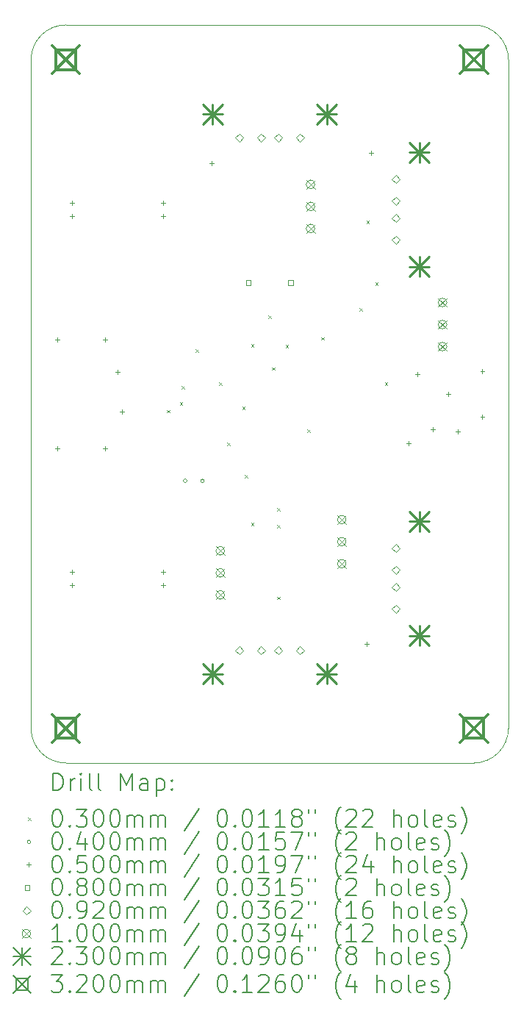
<source format=gbr>
%FSLAX45Y45*%
G04 Gerber Fmt 4.5, Leading zero omitted, Abs format (unit mm)*
G04 Created by KiCad (PCBNEW (6.0.5)) date 2024-04-30 20:26:32*
%MOMM*%
%LPD*%
G01*
G04 APERTURE LIST*
%TA.AperFunction,Profile*%
%ADD10C,0.100000*%
%TD*%
%ADD11C,0.200000*%
%ADD12C,0.030000*%
%ADD13C,0.040000*%
%ADD14C,0.050000*%
%ADD15C,0.080000*%
%ADD16C,0.092000*%
%ADD17C,0.100000*%
%ADD18C,0.230000*%
%ADD19C,0.320000*%
G04 APERTURE END LIST*
D10*
X18000000Y-13100000D02*
X18000000Y-5400000D01*
X18000000Y-5400000D02*
G75*
G03*
X17600000Y-5000000I-400000J0D01*
G01*
X12500000Y-5400000D02*
X12500000Y-13100000D01*
X12900000Y-13500000D02*
X17600000Y-13500000D01*
X12900000Y-5000000D02*
G75*
G03*
X12500000Y-5400000I0J-400000D01*
G01*
X12500000Y-13100000D02*
G75*
G03*
X12900000Y-13500000I400000J0D01*
G01*
X17600000Y-13500000D02*
G75*
G03*
X18000000Y-13100000I0J400000D01*
G01*
X17600000Y-5000000D02*
X12900000Y-5000000D01*
D11*
D12*
X14065000Y-9435000D02*
X14095000Y-9465000D01*
X14095000Y-9435000D02*
X14065000Y-9465000D01*
X14215000Y-9345000D02*
X14245000Y-9375000D01*
X14245000Y-9345000D02*
X14215000Y-9375000D01*
X14235000Y-9160000D02*
X14265000Y-9190000D01*
X14265000Y-9160000D02*
X14235000Y-9190000D01*
X14395000Y-8735000D02*
X14425000Y-8765000D01*
X14425000Y-8735000D02*
X14395000Y-8765000D01*
X14665000Y-9115000D02*
X14695000Y-9145000D01*
X14695000Y-9115000D02*
X14665000Y-9145000D01*
X14760000Y-9810000D02*
X14790000Y-9840000D01*
X14790000Y-9810000D02*
X14760000Y-9840000D01*
X14935000Y-9395000D02*
X14965000Y-9425000D01*
X14965000Y-9395000D02*
X14935000Y-9425000D01*
X14965000Y-10185000D02*
X14995000Y-10215000D01*
X14995000Y-10185000D02*
X14965000Y-10215000D01*
X15035000Y-8675000D02*
X15065000Y-8705000D01*
X15065000Y-8675000D02*
X15035000Y-8705000D01*
X15035000Y-10735000D02*
X15065000Y-10765000D01*
X15065000Y-10735000D02*
X15035000Y-10765000D01*
X15235000Y-8345000D02*
X15265000Y-8375000D01*
X15265000Y-8345000D02*
X15235000Y-8375000D01*
X15275000Y-8945000D02*
X15305000Y-8975000D01*
X15305000Y-8945000D02*
X15275000Y-8975000D01*
X15335000Y-10565000D02*
X15365000Y-10595000D01*
X15365000Y-10565000D02*
X15335000Y-10595000D01*
X15335000Y-10760000D02*
X15365000Y-10790000D01*
X15365000Y-10760000D02*
X15335000Y-10790000D01*
X15335000Y-11585000D02*
X15365000Y-11615000D01*
X15365000Y-11585000D02*
X15335000Y-11615000D01*
X15435000Y-8685000D02*
X15465000Y-8715000D01*
X15465000Y-8685000D02*
X15435000Y-8715000D01*
X15685000Y-9660000D02*
X15715000Y-9690000D01*
X15715000Y-9660000D02*
X15685000Y-9690000D01*
X15845000Y-8595000D02*
X15875000Y-8625000D01*
X15875000Y-8595000D02*
X15845000Y-8625000D01*
X16285000Y-8260000D02*
X16315000Y-8290000D01*
X16315000Y-8260000D02*
X16285000Y-8290000D01*
X16365000Y-7255000D02*
X16395000Y-7285000D01*
X16395000Y-7255000D02*
X16365000Y-7285000D01*
X16465000Y-7965000D02*
X16495000Y-7995000D01*
X16495000Y-7965000D02*
X16465000Y-7995000D01*
X16575000Y-9115000D02*
X16605000Y-9145000D01*
X16605000Y-9115000D02*
X16575000Y-9145000D01*
D13*
X14295000Y-10250000D02*
G75*
G03*
X14295000Y-10250000I-20000J0D01*
G01*
X14495000Y-10250000D02*
G75*
G03*
X14495000Y-10250000I-20000J0D01*
G01*
D14*
X12800000Y-8600000D02*
X12800000Y-8650000D01*
X12775000Y-8625000D02*
X12825000Y-8625000D01*
X12800000Y-9850000D02*
X12800000Y-9900000D01*
X12775000Y-9875000D02*
X12825000Y-9875000D01*
X12975000Y-7025000D02*
X12975000Y-7075000D01*
X12950000Y-7050000D02*
X13000000Y-7050000D01*
X12975000Y-7175000D02*
X12975000Y-7225000D01*
X12950000Y-7200000D02*
X13000000Y-7200000D01*
X12975000Y-11275000D02*
X12975000Y-11325000D01*
X12950000Y-11300000D02*
X13000000Y-11300000D01*
X12975000Y-11425000D02*
X12975000Y-11475000D01*
X12950000Y-11450000D02*
X13000000Y-11450000D01*
X13350000Y-8600000D02*
X13350000Y-8650000D01*
X13325000Y-8625000D02*
X13375000Y-8625000D01*
X13350000Y-9850000D02*
X13350000Y-9900000D01*
X13325000Y-9875000D02*
X13375000Y-9875000D01*
X13500000Y-8975000D02*
X13500000Y-9025000D01*
X13475000Y-9000000D02*
X13525000Y-9000000D01*
X13550000Y-9425000D02*
X13550000Y-9475000D01*
X13525000Y-9450000D02*
X13575000Y-9450000D01*
X14025000Y-7025000D02*
X14025000Y-7075000D01*
X14000000Y-7050000D02*
X14050000Y-7050000D01*
X14025000Y-7175000D02*
X14025000Y-7225000D01*
X14000000Y-7200000D02*
X14050000Y-7200000D01*
X14025000Y-11275000D02*
X14025000Y-11325000D01*
X14000000Y-11300000D02*
X14050000Y-11300000D01*
X14025000Y-11425000D02*
X14025000Y-11475000D01*
X14000000Y-11450000D02*
X14050000Y-11450000D01*
X14580000Y-6565000D02*
X14580000Y-6615000D01*
X14555000Y-6590000D02*
X14605000Y-6590000D01*
X16370000Y-12105000D02*
X16370000Y-12155000D01*
X16345000Y-12130000D02*
X16395000Y-12130000D01*
X16420000Y-6445000D02*
X16420000Y-6495000D01*
X16395000Y-6470000D02*
X16445000Y-6470000D01*
X16850000Y-9795000D02*
X16850000Y-9845000D01*
X16825000Y-9820000D02*
X16875000Y-9820000D01*
X16950000Y-8995000D02*
X16950000Y-9045000D01*
X16925000Y-9020000D02*
X16975000Y-9020000D01*
X17130000Y-9635000D02*
X17130000Y-9685000D01*
X17105000Y-9660000D02*
X17155000Y-9660000D01*
X17310000Y-9225000D02*
X17310000Y-9275000D01*
X17285000Y-9250000D02*
X17335000Y-9250000D01*
X17420000Y-9655000D02*
X17420000Y-9705000D01*
X17395000Y-9680000D02*
X17445000Y-9680000D01*
X17700000Y-8965000D02*
X17700000Y-9015000D01*
X17675000Y-8990000D02*
X17725000Y-8990000D01*
X17700000Y-9485000D02*
X17700000Y-9535000D01*
X17675000Y-9510000D02*
X17725000Y-9510000D01*
D15*
X15033284Y-7998284D02*
X15033284Y-7941715D01*
X14976715Y-7941715D01*
X14976715Y-7998284D01*
X15033284Y-7998284D01*
X15521284Y-7998284D02*
X15521284Y-7941715D01*
X15464715Y-7941715D01*
X15464715Y-7998284D01*
X15521284Y-7998284D01*
D16*
X14900000Y-6343750D02*
X14946000Y-6297750D01*
X14900000Y-6251750D01*
X14854000Y-6297750D01*
X14900000Y-6343750D01*
X14900000Y-12248250D02*
X14946000Y-12202250D01*
X14900000Y-12156250D01*
X14854000Y-12202250D01*
X14900000Y-12248250D01*
X15150000Y-6343750D02*
X15196000Y-6297750D01*
X15150000Y-6251750D01*
X15104000Y-6297750D01*
X15150000Y-6343750D01*
X15150000Y-12248250D02*
X15196000Y-12202250D01*
X15150000Y-12156250D01*
X15104000Y-12202250D01*
X15150000Y-12248250D01*
X15350000Y-6343750D02*
X15396000Y-6297750D01*
X15350000Y-6251750D01*
X15304000Y-6297750D01*
X15350000Y-6343750D01*
X15350000Y-12248250D02*
X15396000Y-12202250D01*
X15350000Y-12156250D01*
X15304000Y-12202250D01*
X15350000Y-12248250D01*
X15600000Y-6343750D02*
X15646000Y-6297750D01*
X15600000Y-6251750D01*
X15554000Y-6297750D01*
X15600000Y-6343750D01*
X15600000Y-12248250D02*
X15646000Y-12202250D01*
X15600000Y-12156250D01*
X15554000Y-12202250D01*
X15600000Y-12248250D01*
X16702250Y-6821000D02*
X16748250Y-6775000D01*
X16702250Y-6729000D01*
X16656250Y-6775000D01*
X16702250Y-6821000D01*
X16702250Y-7071000D02*
X16748250Y-7025000D01*
X16702250Y-6979000D01*
X16656250Y-7025000D01*
X16702250Y-7071000D01*
X16702250Y-7271000D02*
X16748250Y-7225000D01*
X16702250Y-7179000D01*
X16656250Y-7225000D01*
X16702250Y-7271000D01*
X16702250Y-7521000D02*
X16748250Y-7475000D01*
X16702250Y-7429000D01*
X16656250Y-7475000D01*
X16702250Y-7521000D01*
X16702250Y-11071000D02*
X16748250Y-11025000D01*
X16702250Y-10979000D01*
X16656250Y-11025000D01*
X16702250Y-11071000D01*
X16702250Y-11321000D02*
X16748250Y-11275000D01*
X16702250Y-11229000D01*
X16656250Y-11275000D01*
X16702250Y-11321000D01*
X16702250Y-11521000D02*
X16748250Y-11475000D01*
X16702250Y-11429000D01*
X16656250Y-11475000D01*
X16702250Y-11521000D01*
X16702250Y-11771000D02*
X16748250Y-11725000D01*
X16702250Y-11679000D01*
X16656250Y-11725000D01*
X16702250Y-11771000D01*
D17*
X14630000Y-11006000D02*
X14730000Y-11106000D01*
X14730000Y-11006000D02*
X14630000Y-11106000D01*
X14730000Y-11056000D02*
G75*
G03*
X14730000Y-11056000I-50000J0D01*
G01*
X14630000Y-11260000D02*
X14730000Y-11360000D01*
X14730000Y-11260000D02*
X14630000Y-11360000D01*
X14730000Y-11310000D02*
G75*
G03*
X14730000Y-11310000I-50000J0D01*
G01*
X14630000Y-11514000D02*
X14730000Y-11614000D01*
X14730000Y-11514000D02*
X14630000Y-11614000D01*
X14730000Y-11564000D02*
G75*
G03*
X14730000Y-11564000I-50000J0D01*
G01*
X15670000Y-6786000D02*
X15770000Y-6886000D01*
X15770000Y-6786000D02*
X15670000Y-6886000D01*
X15770000Y-6836000D02*
G75*
G03*
X15770000Y-6836000I-50000J0D01*
G01*
X15670000Y-7040000D02*
X15770000Y-7140000D01*
X15770000Y-7040000D02*
X15670000Y-7140000D01*
X15770000Y-7090000D02*
G75*
G03*
X15770000Y-7090000I-50000J0D01*
G01*
X15670000Y-7294000D02*
X15770000Y-7394000D01*
X15770000Y-7294000D02*
X15670000Y-7394000D01*
X15770000Y-7344000D02*
G75*
G03*
X15770000Y-7344000I-50000J0D01*
G01*
X16030000Y-10647500D02*
X16130000Y-10747500D01*
X16130000Y-10647500D02*
X16030000Y-10747500D01*
X16130000Y-10697500D02*
G75*
G03*
X16130000Y-10697500I-50000J0D01*
G01*
X16030000Y-10901500D02*
X16130000Y-11001500D01*
X16130000Y-10901500D02*
X16030000Y-11001500D01*
X16130000Y-10951500D02*
G75*
G03*
X16130000Y-10951500I-50000J0D01*
G01*
X16030000Y-11155500D02*
X16130000Y-11255500D01*
X16130000Y-11155500D02*
X16030000Y-11255500D01*
X16130000Y-11205500D02*
G75*
G03*
X16130000Y-11205500I-50000J0D01*
G01*
X17190000Y-8146000D02*
X17290000Y-8246000D01*
X17290000Y-8146000D02*
X17190000Y-8246000D01*
X17290000Y-8196000D02*
G75*
G03*
X17290000Y-8196000I-50000J0D01*
G01*
X17190000Y-8400000D02*
X17290000Y-8500000D01*
X17290000Y-8400000D02*
X17190000Y-8500000D01*
X17290000Y-8450000D02*
G75*
G03*
X17290000Y-8450000I-50000J0D01*
G01*
X17190000Y-8654000D02*
X17290000Y-8754000D01*
X17290000Y-8654000D02*
X17190000Y-8754000D01*
X17290000Y-8704000D02*
G75*
G03*
X17290000Y-8704000I-50000J0D01*
G01*
D18*
X14478000Y-5911750D02*
X14708000Y-6141750D01*
X14708000Y-5911750D02*
X14478000Y-6141750D01*
X14593000Y-5911750D02*
X14593000Y-6141750D01*
X14478000Y-6026750D02*
X14708000Y-6026750D01*
X14478000Y-12358250D02*
X14708000Y-12588250D01*
X14708000Y-12358250D02*
X14478000Y-12588250D01*
X14593000Y-12358250D02*
X14593000Y-12588250D01*
X14478000Y-12473250D02*
X14708000Y-12473250D01*
X15792000Y-5911750D02*
X16022000Y-6141750D01*
X16022000Y-5911750D02*
X15792000Y-6141750D01*
X15907000Y-5911750D02*
X15907000Y-6141750D01*
X15792000Y-6026750D02*
X16022000Y-6026750D01*
X15792000Y-12358250D02*
X16022000Y-12588250D01*
X16022000Y-12358250D02*
X15792000Y-12588250D01*
X15907000Y-12358250D02*
X15907000Y-12588250D01*
X15792000Y-12473250D02*
X16022000Y-12473250D01*
X16858250Y-6353000D02*
X17088250Y-6583000D01*
X17088250Y-6353000D02*
X16858250Y-6583000D01*
X16973250Y-6353000D02*
X16973250Y-6583000D01*
X16858250Y-6468000D02*
X17088250Y-6468000D01*
X16858250Y-7667000D02*
X17088250Y-7897000D01*
X17088250Y-7667000D02*
X16858250Y-7897000D01*
X16973250Y-7667000D02*
X16973250Y-7897000D01*
X16858250Y-7782000D02*
X17088250Y-7782000D01*
X16858250Y-10603000D02*
X17088250Y-10833000D01*
X17088250Y-10603000D02*
X16858250Y-10833000D01*
X16973250Y-10603000D02*
X16973250Y-10833000D01*
X16858250Y-10718000D02*
X17088250Y-10718000D01*
X16858250Y-11917000D02*
X17088250Y-12147000D01*
X17088250Y-11917000D02*
X16858250Y-12147000D01*
X16973250Y-11917000D02*
X16973250Y-12147000D01*
X16858250Y-12032000D02*
X17088250Y-12032000D01*
D19*
X12740000Y-5240000D02*
X13060000Y-5560000D01*
X13060000Y-5240000D02*
X12740000Y-5560000D01*
X13013138Y-5513138D02*
X13013138Y-5286862D01*
X12786862Y-5286862D01*
X12786862Y-5513138D01*
X13013138Y-5513138D01*
X12740000Y-12940000D02*
X13060000Y-13260000D01*
X13060000Y-12940000D02*
X12740000Y-13260000D01*
X13013138Y-13213138D02*
X13013138Y-12986862D01*
X12786862Y-12986862D01*
X12786862Y-13213138D01*
X13013138Y-13213138D01*
X17440000Y-5240000D02*
X17760000Y-5560000D01*
X17760000Y-5240000D02*
X17440000Y-5560000D01*
X17713138Y-5513138D02*
X17713138Y-5286862D01*
X17486862Y-5286862D01*
X17486862Y-5513138D01*
X17713138Y-5513138D01*
X17440000Y-12940000D02*
X17760000Y-13260000D01*
X17760000Y-12940000D02*
X17440000Y-13260000D01*
X17713138Y-13213138D02*
X17713138Y-12986862D01*
X17486862Y-12986862D01*
X17486862Y-13213138D01*
X17713138Y-13213138D01*
D11*
X12752619Y-13815476D02*
X12752619Y-13615476D01*
X12800238Y-13615476D01*
X12828809Y-13625000D01*
X12847857Y-13644048D01*
X12857381Y-13663095D01*
X12866905Y-13701190D01*
X12866905Y-13729762D01*
X12857381Y-13767857D01*
X12847857Y-13786905D01*
X12828809Y-13805952D01*
X12800238Y-13815476D01*
X12752619Y-13815476D01*
X12952619Y-13815476D02*
X12952619Y-13682143D01*
X12952619Y-13720238D02*
X12962143Y-13701190D01*
X12971667Y-13691667D01*
X12990714Y-13682143D01*
X13009762Y-13682143D01*
X13076428Y-13815476D02*
X13076428Y-13682143D01*
X13076428Y-13615476D02*
X13066905Y-13625000D01*
X13076428Y-13634524D01*
X13085952Y-13625000D01*
X13076428Y-13615476D01*
X13076428Y-13634524D01*
X13200238Y-13815476D02*
X13181190Y-13805952D01*
X13171667Y-13786905D01*
X13171667Y-13615476D01*
X13305000Y-13815476D02*
X13285952Y-13805952D01*
X13276428Y-13786905D01*
X13276428Y-13615476D01*
X13533571Y-13815476D02*
X13533571Y-13615476D01*
X13600238Y-13758333D01*
X13666905Y-13615476D01*
X13666905Y-13815476D01*
X13847857Y-13815476D02*
X13847857Y-13710714D01*
X13838333Y-13691667D01*
X13819286Y-13682143D01*
X13781190Y-13682143D01*
X13762143Y-13691667D01*
X13847857Y-13805952D02*
X13828809Y-13815476D01*
X13781190Y-13815476D01*
X13762143Y-13805952D01*
X13752619Y-13786905D01*
X13752619Y-13767857D01*
X13762143Y-13748809D01*
X13781190Y-13739286D01*
X13828809Y-13739286D01*
X13847857Y-13729762D01*
X13943095Y-13682143D02*
X13943095Y-13882143D01*
X13943095Y-13691667D02*
X13962143Y-13682143D01*
X14000238Y-13682143D01*
X14019286Y-13691667D01*
X14028809Y-13701190D01*
X14038333Y-13720238D01*
X14038333Y-13777381D01*
X14028809Y-13796428D01*
X14019286Y-13805952D01*
X14000238Y-13815476D01*
X13962143Y-13815476D01*
X13943095Y-13805952D01*
X14124048Y-13796428D02*
X14133571Y-13805952D01*
X14124048Y-13815476D01*
X14114524Y-13805952D01*
X14124048Y-13796428D01*
X14124048Y-13815476D01*
X14124048Y-13691667D02*
X14133571Y-13701190D01*
X14124048Y-13710714D01*
X14114524Y-13701190D01*
X14124048Y-13691667D01*
X14124048Y-13710714D01*
D12*
X12465000Y-14130000D02*
X12495000Y-14160000D01*
X12495000Y-14130000D02*
X12465000Y-14160000D01*
D11*
X12790714Y-14035476D02*
X12809762Y-14035476D01*
X12828809Y-14045000D01*
X12838333Y-14054524D01*
X12847857Y-14073571D01*
X12857381Y-14111667D01*
X12857381Y-14159286D01*
X12847857Y-14197381D01*
X12838333Y-14216428D01*
X12828809Y-14225952D01*
X12809762Y-14235476D01*
X12790714Y-14235476D01*
X12771667Y-14225952D01*
X12762143Y-14216428D01*
X12752619Y-14197381D01*
X12743095Y-14159286D01*
X12743095Y-14111667D01*
X12752619Y-14073571D01*
X12762143Y-14054524D01*
X12771667Y-14045000D01*
X12790714Y-14035476D01*
X12943095Y-14216428D02*
X12952619Y-14225952D01*
X12943095Y-14235476D01*
X12933571Y-14225952D01*
X12943095Y-14216428D01*
X12943095Y-14235476D01*
X13019286Y-14035476D02*
X13143095Y-14035476D01*
X13076428Y-14111667D01*
X13105000Y-14111667D01*
X13124048Y-14121190D01*
X13133571Y-14130714D01*
X13143095Y-14149762D01*
X13143095Y-14197381D01*
X13133571Y-14216428D01*
X13124048Y-14225952D01*
X13105000Y-14235476D01*
X13047857Y-14235476D01*
X13028809Y-14225952D01*
X13019286Y-14216428D01*
X13266905Y-14035476D02*
X13285952Y-14035476D01*
X13305000Y-14045000D01*
X13314524Y-14054524D01*
X13324048Y-14073571D01*
X13333571Y-14111667D01*
X13333571Y-14159286D01*
X13324048Y-14197381D01*
X13314524Y-14216428D01*
X13305000Y-14225952D01*
X13285952Y-14235476D01*
X13266905Y-14235476D01*
X13247857Y-14225952D01*
X13238333Y-14216428D01*
X13228809Y-14197381D01*
X13219286Y-14159286D01*
X13219286Y-14111667D01*
X13228809Y-14073571D01*
X13238333Y-14054524D01*
X13247857Y-14045000D01*
X13266905Y-14035476D01*
X13457381Y-14035476D02*
X13476428Y-14035476D01*
X13495476Y-14045000D01*
X13505000Y-14054524D01*
X13514524Y-14073571D01*
X13524048Y-14111667D01*
X13524048Y-14159286D01*
X13514524Y-14197381D01*
X13505000Y-14216428D01*
X13495476Y-14225952D01*
X13476428Y-14235476D01*
X13457381Y-14235476D01*
X13438333Y-14225952D01*
X13428809Y-14216428D01*
X13419286Y-14197381D01*
X13409762Y-14159286D01*
X13409762Y-14111667D01*
X13419286Y-14073571D01*
X13428809Y-14054524D01*
X13438333Y-14045000D01*
X13457381Y-14035476D01*
X13609762Y-14235476D02*
X13609762Y-14102143D01*
X13609762Y-14121190D02*
X13619286Y-14111667D01*
X13638333Y-14102143D01*
X13666905Y-14102143D01*
X13685952Y-14111667D01*
X13695476Y-14130714D01*
X13695476Y-14235476D01*
X13695476Y-14130714D02*
X13705000Y-14111667D01*
X13724048Y-14102143D01*
X13752619Y-14102143D01*
X13771667Y-14111667D01*
X13781190Y-14130714D01*
X13781190Y-14235476D01*
X13876428Y-14235476D02*
X13876428Y-14102143D01*
X13876428Y-14121190D02*
X13885952Y-14111667D01*
X13905000Y-14102143D01*
X13933571Y-14102143D01*
X13952619Y-14111667D01*
X13962143Y-14130714D01*
X13962143Y-14235476D01*
X13962143Y-14130714D02*
X13971667Y-14111667D01*
X13990714Y-14102143D01*
X14019286Y-14102143D01*
X14038333Y-14111667D01*
X14047857Y-14130714D01*
X14047857Y-14235476D01*
X14438333Y-14025952D02*
X14266905Y-14283095D01*
X14695476Y-14035476D02*
X14714524Y-14035476D01*
X14733571Y-14045000D01*
X14743095Y-14054524D01*
X14752619Y-14073571D01*
X14762143Y-14111667D01*
X14762143Y-14159286D01*
X14752619Y-14197381D01*
X14743095Y-14216428D01*
X14733571Y-14225952D01*
X14714524Y-14235476D01*
X14695476Y-14235476D01*
X14676428Y-14225952D01*
X14666905Y-14216428D01*
X14657381Y-14197381D01*
X14647857Y-14159286D01*
X14647857Y-14111667D01*
X14657381Y-14073571D01*
X14666905Y-14054524D01*
X14676428Y-14045000D01*
X14695476Y-14035476D01*
X14847857Y-14216428D02*
X14857381Y-14225952D01*
X14847857Y-14235476D01*
X14838333Y-14225952D01*
X14847857Y-14216428D01*
X14847857Y-14235476D01*
X14981190Y-14035476D02*
X15000238Y-14035476D01*
X15019286Y-14045000D01*
X15028809Y-14054524D01*
X15038333Y-14073571D01*
X15047857Y-14111667D01*
X15047857Y-14159286D01*
X15038333Y-14197381D01*
X15028809Y-14216428D01*
X15019286Y-14225952D01*
X15000238Y-14235476D01*
X14981190Y-14235476D01*
X14962143Y-14225952D01*
X14952619Y-14216428D01*
X14943095Y-14197381D01*
X14933571Y-14159286D01*
X14933571Y-14111667D01*
X14943095Y-14073571D01*
X14952619Y-14054524D01*
X14962143Y-14045000D01*
X14981190Y-14035476D01*
X15238333Y-14235476D02*
X15124048Y-14235476D01*
X15181190Y-14235476D02*
X15181190Y-14035476D01*
X15162143Y-14064048D01*
X15143095Y-14083095D01*
X15124048Y-14092619D01*
X15428809Y-14235476D02*
X15314524Y-14235476D01*
X15371667Y-14235476D02*
X15371667Y-14035476D01*
X15352619Y-14064048D01*
X15333571Y-14083095D01*
X15314524Y-14092619D01*
X15543095Y-14121190D02*
X15524048Y-14111667D01*
X15514524Y-14102143D01*
X15505000Y-14083095D01*
X15505000Y-14073571D01*
X15514524Y-14054524D01*
X15524048Y-14045000D01*
X15543095Y-14035476D01*
X15581190Y-14035476D01*
X15600238Y-14045000D01*
X15609762Y-14054524D01*
X15619286Y-14073571D01*
X15619286Y-14083095D01*
X15609762Y-14102143D01*
X15600238Y-14111667D01*
X15581190Y-14121190D01*
X15543095Y-14121190D01*
X15524048Y-14130714D01*
X15514524Y-14140238D01*
X15505000Y-14159286D01*
X15505000Y-14197381D01*
X15514524Y-14216428D01*
X15524048Y-14225952D01*
X15543095Y-14235476D01*
X15581190Y-14235476D01*
X15600238Y-14225952D01*
X15609762Y-14216428D01*
X15619286Y-14197381D01*
X15619286Y-14159286D01*
X15609762Y-14140238D01*
X15600238Y-14130714D01*
X15581190Y-14121190D01*
X15695476Y-14035476D02*
X15695476Y-14073571D01*
X15771667Y-14035476D02*
X15771667Y-14073571D01*
X16066905Y-14311667D02*
X16057381Y-14302143D01*
X16038333Y-14273571D01*
X16028809Y-14254524D01*
X16019286Y-14225952D01*
X16009762Y-14178333D01*
X16009762Y-14140238D01*
X16019286Y-14092619D01*
X16028809Y-14064048D01*
X16038333Y-14045000D01*
X16057381Y-14016428D01*
X16066905Y-14006905D01*
X16133571Y-14054524D02*
X16143095Y-14045000D01*
X16162143Y-14035476D01*
X16209762Y-14035476D01*
X16228809Y-14045000D01*
X16238333Y-14054524D01*
X16247857Y-14073571D01*
X16247857Y-14092619D01*
X16238333Y-14121190D01*
X16124048Y-14235476D01*
X16247857Y-14235476D01*
X16324048Y-14054524D02*
X16333571Y-14045000D01*
X16352619Y-14035476D01*
X16400238Y-14035476D01*
X16419286Y-14045000D01*
X16428809Y-14054524D01*
X16438333Y-14073571D01*
X16438333Y-14092619D01*
X16428809Y-14121190D01*
X16314524Y-14235476D01*
X16438333Y-14235476D01*
X16676428Y-14235476D02*
X16676428Y-14035476D01*
X16762143Y-14235476D02*
X16762143Y-14130714D01*
X16752619Y-14111667D01*
X16733571Y-14102143D01*
X16705000Y-14102143D01*
X16685952Y-14111667D01*
X16676428Y-14121190D01*
X16885952Y-14235476D02*
X16866905Y-14225952D01*
X16857381Y-14216428D01*
X16847857Y-14197381D01*
X16847857Y-14140238D01*
X16857381Y-14121190D01*
X16866905Y-14111667D01*
X16885952Y-14102143D01*
X16914524Y-14102143D01*
X16933571Y-14111667D01*
X16943095Y-14121190D01*
X16952619Y-14140238D01*
X16952619Y-14197381D01*
X16943095Y-14216428D01*
X16933571Y-14225952D01*
X16914524Y-14235476D01*
X16885952Y-14235476D01*
X17066905Y-14235476D02*
X17047857Y-14225952D01*
X17038333Y-14206905D01*
X17038333Y-14035476D01*
X17219286Y-14225952D02*
X17200238Y-14235476D01*
X17162143Y-14235476D01*
X17143095Y-14225952D01*
X17133571Y-14206905D01*
X17133571Y-14130714D01*
X17143095Y-14111667D01*
X17162143Y-14102143D01*
X17200238Y-14102143D01*
X17219286Y-14111667D01*
X17228810Y-14130714D01*
X17228810Y-14149762D01*
X17133571Y-14168809D01*
X17305000Y-14225952D02*
X17324048Y-14235476D01*
X17362143Y-14235476D01*
X17381190Y-14225952D01*
X17390714Y-14206905D01*
X17390714Y-14197381D01*
X17381190Y-14178333D01*
X17362143Y-14168809D01*
X17333571Y-14168809D01*
X17314524Y-14159286D01*
X17305000Y-14140238D01*
X17305000Y-14130714D01*
X17314524Y-14111667D01*
X17333571Y-14102143D01*
X17362143Y-14102143D01*
X17381190Y-14111667D01*
X17457381Y-14311667D02*
X17466905Y-14302143D01*
X17485952Y-14273571D01*
X17495476Y-14254524D01*
X17505000Y-14225952D01*
X17514524Y-14178333D01*
X17514524Y-14140238D01*
X17505000Y-14092619D01*
X17495476Y-14064048D01*
X17485952Y-14045000D01*
X17466905Y-14016428D01*
X17457381Y-14006905D01*
D13*
X12495000Y-14409000D02*
G75*
G03*
X12495000Y-14409000I-20000J0D01*
G01*
D11*
X12790714Y-14299476D02*
X12809762Y-14299476D01*
X12828809Y-14309000D01*
X12838333Y-14318524D01*
X12847857Y-14337571D01*
X12857381Y-14375667D01*
X12857381Y-14423286D01*
X12847857Y-14461381D01*
X12838333Y-14480428D01*
X12828809Y-14489952D01*
X12809762Y-14499476D01*
X12790714Y-14499476D01*
X12771667Y-14489952D01*
X12762143Y-14480428D01*
X12752619Y-14461381D01*
X12743095Y-14423286D01*
X12743095Y-14375667D01*
X12752619Y-14337571D01*
X12762143Y-14318524D01*
X12771667Y-14309000D01*
X12790714Y-14299476D01*
X12943095Y-14480428D02*
X12952619Y-14489952D01*
X12943095Y-14499476D01*
X12933571Y-14489952D01*
X12943095Y-14480428D01*
X12943095Y-14499476D01*
X13124048Y-14366143D02*
X13124048Y-14499476D01*
X13076428Y-14289952D02*
X13028809Y-14432809D01*
X13152619Y-14432809D01*
X13266905Y-14299476D02*
X13285952Y-14299476D01*
X13305000Y-14309000D01*
X13314524Y-14318524D01*
X13324048Y-14337571D01*
X13333571Y-14375667D01*
X13333571Y-14423286D01*
X13324048Y-14461381D01*
X13314524Y-14480428D01*
X13305000Y-14489952D01*
X13285952Y-14499476D01*
X13266905Y-14499476D01*
X13247857Y-14489952D01*
X13238333Y-14480428D01*
X13228809Y-14461381D01*
X13219286Y-14423286D01*
X13219286Y-14375667D01*
X13228809Y-14337571D01*
X13238333Y-14318524D01*
X13247857Y-14309000D01*
X13266905Y-14299476D01*
X13457381Y-14299476D02*
X13476428Y-14299476D01*
X13495476Y-14309000D01*
X13505000Y-14318524D01*
X13514524Y-14337571D01*
X13524048Y-14375667D01*
X13524048Y-14423286D01*
X13514524Y-14461381D01*
X13505000Y-14480428D01*
X13495476Y-14489952D01*
X13476428Y-14499476D01*
X13457381Y-14499476D01*
X13438333Y-14489952D01*
X13428809Y-14480428D01*
X13419286Y-14461381D01*
X13409762Y-14423286D01*
X13409762Y-14375667D01*
X13419286Y-14337571D01*
X13428809Y-14318524D01*
X13438333Y-14309000D01*
X13457381Y-14299476D01*
X13609762Y-14499476D02*
X13609762Y-14366143D01*
X13609762Y-14385190D02*
X13619286Y-14375667D01*
X13638333Y-14366143D01*
X13666905Y-14366143D01*
X13685952Y-14375667D01*
X13695476Y-14394714D01*
X13695476Y-14499476D01*
X13695476Y-14394714D02*
X13705000Y-14375667D01*
X13724048Y-14366143D01*
X13752619Y-14366143D01*
X13771667Y-14375667D01*
X13781190Y-14394714D01*
X13781190Y-14499476D01*
X13876428Y-14499476D02*
X13876428Y-14366143D01*
X13876428Y-14385190D02*
X13885952Y-14375667D01*
X13905000Y-14366143D01*
X13933571Y-14366143D01*
X13952619Y-14375667D01*
X13962143Y-14394714D01*
X13962143Y-14499476D01*
X13962143Y-14394714D02*
X13971667Y-14375667D01*
X13990714Y-14366143D01*
X14019286Y-14366143D01*
X14038333Y-14375667D01*
X14047857Y-14394714D01*
X14047857Y-14499476D01*
X14438333Y-14289952D02*
X14266905Y-14547095D01*
X14695476Y-14299476D02*
X14714524Y-14299476D01*
X14733571Y-14309000D01*
X14743095Y-14318524D01*
X14752619Y-14337571D01*
X14762143Y-14375667D01*
X14762143Y-14423286D01*
X14752619Y-14461381D01*
X14743095Y-14480428D01*
X14733571Y-14489952D01*
X14714524Y-14499476D01*
X14695476Y-14499476D01*
X14676428Y-14489952D01*
X14666905Y-14480428D01*
X14657381Y-14461381D01*
X14647857Y-14423286D01*
X14647857Y-14375667D01*
X14657381Y-14337571D01*
X14666905Y-14318524D01*
X14676428Y-14309000D01*
X14695476Y-14299476D01*
X14847857Y-14480428D02*
X14857381Y-14489952D01*
X14847857Y-14499476D01*
X14838333Y-14489952D01*
X14847857Y-14480428D01*
X14847857Y-14499476D01*
X14981190Y-14299476D02*
X15000238Y-14299476D01*
X15019286Y-14309000D01*
X15028809Y-14318524D01*
X15038333Y-14337571D01*
X15047857Y-14375667D01*
X15047857Y-14423286D01*
X15038333Y-14461381D01*
X15028809Y-14480428D01*
X15019286Y-14489952D01*
X15000238Y-14499476D01*
X14981190Y-14499476D01*
X14962143Y-14489952D01*
X14952619Y-14480428D01*
X14943095Y-14461381D01*
X14933571Y-14423286D01*
X14933571Y-14375667D01*
X14943095Y-14337571D01*
X14952619Y-14318524D01*
X14962143Y-14309000D01*
X14981190Y-14299476D01*
X15238333Y-14499476D02*
X15124048Y-14499476D01*
X15181190Y-14499476D02*
X15181190Y-14299476D01*
X15162143Y-14328048D01*
X15143095Y-14347095D01*
X15124048Y-14356619D01*
X15419286Y-14299476D02*
X15324048Y-14299476D01*
X15314524Y-14394714D01*
X15324048Y-14385190D01*
X15343095Y-14375667D01*
X15390714Y-14375667D01*
X15409762Y-14385190D01*
X15419286Y-14394714D01*
X15428809Y-14413762D01*
X15428809Y-14461381D01*
X15419286Y-14480428D01*
X15409762Y-14489952D01*
X15390714Y-14499476D01*
X15343095Y-14499476D01*
X15324048Y-14489952D01*
X15314524Y-14480428D01*
X15495476Y-14299476D02*
X15628809Y-14299476D01*
X15543095Y-14499476D01*
X15695476Y-14299476D02*
X15695476Y-14337571D01*
X15771667Y-14299476D02*
X15771667Y-14337571D01*
X16066905Y-14575667D02*
X16057381Y-14566143D01*
X16038333Y-14537571D01*
X16028809Y-14518524D01*
X16019286Y-14489952D01*
X16009762Y-14442333D01*
X16009762Y-14404238D01*
X16019286Y-14356619D01*
X16028809Y-14328048D01*
X16038333Y-14309000D01*
X16057381Y-14280428D01*
X16066905Y-14270905D01*
X16133571Y-14318524D02*
X16143095Y-14309000D01*
X16162143Y-14299476D01*
X16209762Y-14299476D01*
X16228809Y-14309000D01*
X16238333Y-14318524D01*
X16247857Y-14337571D01*
X16247857Y-14356619D01*
X16238333Y-14385190D01*
X16124048Y-14499476D01*
X16247857Y-14499476D01*
X16485952Y-14499476D02*
X16485952Y-14299476D01*
X16571667Y-14499476D02*
X16571667Y-14394714D01*
X16562143Y-14375667D01*
X16543095Y-14366143D01*
X16514524Y-14366143D01*
X16495476Y-14375667D01*
X16485952Y-14385190D01*
X16695476Y-14499476D02*
X16676428Y-14489952D01*
X16666905Y-14480428D01*
X16657381Y-14461381D01*
X16657381Y-14404238D01*
X16666905Y-14385190D01*
X16676428Y-14375667D01*
X16695476Y-14366143D01*
X16724048Y-14366143D01*
X16743095Y-14375667D01*
X16752619Y-14385190D01*
X16762143Y-14404238D01*
X16762143Y-14461381D01*
X16752619Y-14480428D01*
X16743095Y-14489952D01*
X16724048Y-14499476D01*
X16695476Y-14499476D01*
X16876429Y-14499476D02*
X16857381Y-14489952D01*
X16847857Y-14470905D01*
X16847857Y-14299476D01*
X17028810Y-14489952D02*
X17009762Y-14499476D01*
X16971667Y-14499476D01*
X16952619Y-14489952D01*
X16943095Y-14470905D01*
X16943095Y-14394714D01*
X16952619Y-14375667D01*
X16971667Y-14366143D01*
X17009762Y-14366143D01*
X17028810Y-14375667D01*
X17038333Y-14394714D01*
X17038333Y-14413762D01*
X16943095Y-14432809D01*
X17114524Y-14489952D02*
X17133571Y-14499476D01*
X17171667Y-14499476D01*
X17190714Y-14489952D01*
X17200238Y-14470905D01*
X17200238Y-14461381D01*
X17190714Y-14442333D01*
X17171667Y-14432809D01*
X17143095Y-14432809D01*
X17124048Y-14423286D01*
X17114524Y-14404238D01*
X17114524Y-14394714D01*
X17124048Y-14375667D01*
X17143095Y-14366143D01*
X17171667Y-14366143D01*
X17190714Y-14375667D01*
X17266905Y-14575667D02*
X17276429Y-14566143D01*
X17295476Y-14537571D01*
X17305000Y-14518524D01*
X17314524Y-14489952D01*
X17324048Y-14442333D01*
X17324048Y-14404238D01*
X17314524Y-14356619D01*
X17305000Y-14328048D01*
X17295476Y-14309000D01*
X17276429Y-14280428D01*
X17266905Y-14270905D01*
D14*
X12470000Y-14648000D02*
X12470000Y-14698000D01*
X12445000Y-14673000D02*
X12495000Y-14673000D01*
D11*
X12790714Y-14563476D02*
X12809762Y-14563476D01*
X12828809Y-14573000D01*
X12838333Y-14582524D01*
X12847857Y-14601571D01*
X12857381Y-14639667D01*
X12857381Y-14687286D01*
X12847857Y-14725381D01*
X12838333Y-14744428D01*
X12828809Y-14753952D01*
X12809762Y-14763476D01*
X12790714Y-14763476D01*
X12771667Y-14753952D01*
X12762143Y-14744428D01*
X12752619Y-14725381D01*
X12743095Y-14687286D01*
X12743095Y-14639667D01*
X12752619Y-14601571D01*
X12762143Y-14582524D01*
X12771667Y-14573000D01*
X12790714Y-14563476D01*
X12943095Y-14744428D02*
X12952619Y-14753952D01*
X12943095Y-14763476D01*
X12933571Y-14753952D01*
X12943095Y-14744428D01*
X12943095Y-14763476D01*
X13133571Y-14563476D02*
X13038333Y-14563476D01*
X13028809Y-14658714D01*
X13038333Y-14649190D01*
X13057381Y-14639667D01*
X13105000Y-14639667D01*
X13124048Y-14649190D01*
X13133571Y-14658714D01*
X13143095Y-14677762D01*
X13143095Y-14725381D01*
X13133571Y-14744428D01*
X13124048Y-14753952D01*
X13105000Y-14763476D01*
X13057381Y-14763476D01*
X13038333Y-14753952D01*
X13028809Y-14744428D01*
X13266905Y-14563476D02*
X13285952Y-14563476D01*
X13305000Y-14573000D01*
X13314524Y-14582524D01*
X13324048Y-14601571D01*
X13333571Y-14639667D01*
X13333571Y-14687286D01*
X13324048Y-14725381D01*
X13314524Y-14744428D01*
X13305000Y-14753952D01*
X13285952Y-14763476D01*
X13266905Y-14763476D01*
X13247857Y-14753952D01*
X13238333Y-14744428D01*
X13228809Y-14725381D01*
X13219286Y-14687286D01*
X13219286Y-14639667D01*
X13228809Y-14601571D01*
X13238333Y-14582524D01*
X13247857Y-14573000D01*
X13266905Y-14563476D01*
X13457381Y-14563476D02*
X13476428Y-14563476D01*
X13495476Y-14573000D01*
X13505000Y-14582524D01*
X13514524Y-14601571D01*
X13524048Y-14639667D01*
X13524048Y-14687286D01*
X13514524Y-14725381D01*
X13505000Y-14744428D01*
X13495476Y-14753952D01*
X13476428Y-14763476D01*
X13457381Y-14763476D01*
X13438333Y-14753952D01*
X13428809Y-14744428D01*
X13419286Y-14725381D01*
X13409762Y-14687286D01*
X13409762Y-14639667D01*
X13419286Y-14601571D01*
X13428809Y-14582524D01*
X13438333Y-14573000D01*
X13457381Y-14563476D01*
X13609762Y-14763476D02*
X13609762Y-14630143D01*
X13609762Y-14649190D02*
X13619286Y-14639667D01*
X13638333Y-14630143D01*
X13666905Y-14630143D01*
X13685952Y-14639667D01*
X13695476Y-14658714D01*
X13695476Y-14763476D01*
X13695476Y-14658714D02*
X13705000Y-14639667D01*
X13724048Y-14630143D01*
X13752619Y-14630143D01*
X13771667Y-14639667D01*
X13781190Y-14658714D01*
X13781190Y-14763476D01*
X13876428Y-14763476D02*
X13876428Y-14630143D01*
X13876428Y-14649190D02*
X13885952Y-14639667D01*
X13905000Y-14630143D01*
X13933571Y-14630143D01*
X13952619Y-14639667D01*
X13962143Y-14658714D01*
X13962143Y-14763476D01*
X13962143Y-14658714D02*
X13971667Y-14639667D01*
X13990714Y-14630143D01*
X14019286Y-14630143D01*
X14038333Y-14639667D01*
X14047857Y-14658714D01*
X14047857Y-14763476D01*
X14438333Y-14553952D02*
X14266905Y-14811095D01*
X14695476Y-14563476D02*
X14714524Y-14563476D01*
X14733571Y-14573000D01*
X14743095Y-14582524D01*
X14752619Y-14601571D01*
X14762143Y-14639667D01*
X14762143Y-14687286D01*
X14752619Y-14725381D01*
X14743095Y-14744428D01*
X14733571Y-14753952D01*
X14714524Y-14763476D01*
X14695476Y-14763476D01*
X14676428Y-14753952D01*
X14666905Y-14744428D01*
X14657381Y-14725381D01*
X14647857Y-14687286D01*
X14647857Y-14639667D01*
X14657381Y-14601571D01*
X14666905Y-14582524D01*
X14676428Y-14573000D01*
X14695476Y-14563476D01*
X14847857Y-14744428D02*
X14857381Y-14753952D01*
X14847857Y-14763476D01*
X14838333Y-14753952D01*
X14847857Y-14744428D01*
X14847857Y-14763476D01*
X14981190Y-14563476D02*
X15000238Y-14563476D01*
X15019286Y-14573000D01*
X15028809Y-14582524D01*
X15038333Y-14601571D01*
X15047857Y-14639667D01*
X15047857Y-14687286D01*
X15038333Y-14725381D01*
X15028809Y-14744428D01*
X15019286Y-14753952D01*
X15000238Y-14763476D01*
X14981190Y-14763476D01*
X14962143Y-14753952D01*
X14952619Y-14744428D01*
X14943095Y-14725381D01*
X14933571Y-14687286D01*
X14933571Y-14639667D01*
X14943095Y-14601571D01*
X14952619Y-14582524D01*
X14962143Y-14573000D01*
X14981190Y-14563476D01*
X15238333Y-14763476D02*
X15124048Y-14763476D01*
X15181190Y-14763476D02*
X15181190Y-14563476D01*
X15162143Y-14592048D01*
X15143095Y-14611095D01*
X15124048Y-14620619D01*
X15333571Y-14763476D02*
X15371667Y-14763476D01*
X15390714Y-14753952D01*
X15400238Y-14744428D01*
X15419286Y-14715857D01*
X15428809Y-14677762D01*
X15428809Y-14601571D01*
X15419286Y-14582524D01*
X15409762Y-14573000D01*
X15390714Y-14563476D01*
X15352619Y-14563476D01*
X15333571Y-14573000D01*
X15324048Y-14582524D01*
X15314524Y-14601571D01*
X15314524Y-14649190D01*
X15324048Y-14668238D01*
X15333571Y-14677762D01*
X15352619Y-14687286D01*
X15390714Y-14687286D01*
X15409762Y-14677762D01*
X15419286Y-14668238D01*
X15428809Y-14649190D01*
X15495476Y-14563476D02*
X15628809Y-14563476D01*
X15543095Y-14763476D01*
X15695476Y-14563476D02*
X15695476Y-14601571D01*
X15771667Y-14563476D02*
X15771667Y-14601571D01*
X16066905Y-14839667D02*
X16057381Y-14830143D01*
X16038333Y-14801571D01*
X16028809Y-14782524D01*
X16019286Y-14753952D01*
X16009762Y-14706333D01*
X16009762Y-14668238D01*
X16019286Y-14620619D01*
X16028809Y-14592048D01*
X16038333Y-14573000D01*
X16057381Y-14544428D01*
X16066905Y-14534905D01*
X16133571Y-14582524D02*
X16143095Y-14573000D01*
X16162143Y-14563476D01*
X16209762Y-14563476D01*
X16228809Y-14573000D01*
X16238333Y-14582524D01*
X16247857Y-14601571D01*
X16247857Y-14620619D01*
X16238333Y-14649190D01*
X16124048Y-14763476D01*
X16247857Y-14763476D01*
X16419286Y-14630143D02*
X16419286Y-14763476D01*
X16371667Y-14553952D02*
X16324048Y-14696809D01*
X16447857Y-14696809D01*
X16676428Y-14763476D02*
X16676428Y-14563476D01*
X16762143Y-14763476D02*
X16762143Y-14658714D01*
X16752619Y-14639667D01*
X16733571Y-14630143D01*
X16705000Y-14630143D01*
X16685952Y-14639667D01*
X16676428Y-14649190D01*
X16885952Y-14763476D02*
X16866905Y-14753952D01*
X16857381Y-14744428D01*
X16847857Y-14725381D01*
X16847857Y-14668238D01*
X16857381Y-14649190D01*
X16866905Y-14639667D01*
X16885952Y-14630143D01*
X16914524Y-14630143D01*
X16933571Y-14639667D01*
X16943095Y-14649190D01*
X16952619Y-14668238D01*
X16952619Y-14725381D01*
X16943095Y-14744428D01*
X16933571Y-14753952D01*
X16914524Y-14763476D01*
X16885952Y-14763476D01*
X17066905Y-14763476D02*
X17047857Y-14753952D01*
X17038333Y-14734905D01*
X17038333Y-14563476D01*
X17219286Y-14753952D02*
X17200238Y-14763476D01*
X17162143Y-14763476D01*
X17143095Y-14753952D01*
X17133571Y-14734905D01*
X17133571Y-14658714D01*
X17143095Y-14639667D01*
X17162143Y-14630143D01*
X17200238Y-14630143D01*
X17219286Y-14639667D01*
X17228810Y-14658714D01*
X17228810Y-14677762D01*
X17133571Y-14696809D01*
X17305000Y-14753952D02*
X17324048Y-14763476D01*
X17362143Y-14763476D01*
X17381190Y-14753952D01*
X17390714Y-14734905D01*
X17390714Y-14725381D01*
X17381190Y-14706333D01*
X17362143Y-14696809D01*
X17333571Y-14696809D01*
X17314524Y-14687286D01*
X17305000Y-14668238D01*
X17305000Y-14658714D01*
X17314524Y-14639667D01*
X17333571Y-14630143D01*
X17362143Y-14630143D01*
X17381190Y-14639667D01*
X17457381Y-14839667D02*
X17466905Y-14830143D01*
X17485952Y-14801571D01*
X17495476Y-14782524D01*
X17505000Y-14753952D01*
X17514524Y-14706333D01*
X17514524Y-14668238D01*
X17505000Y-14620619D01*
X17495476Y-14592048D01*
X17485952Y-14573000D01*
X17466905Y-14544428D01*
X17457381Y-14534905D01*
D15*
X12483284Y-14965284D02*
X12483284Y-14908715D01*
X12426715Y-14908715D01*
X12426715Y-14965284D01*
X12483284Y-14965284D01*
D11*
X12790714Y-14827476D02*
X12809762Y-14827476D01*
X12828809Y-14837000D01*
X12838333Y-14846524D01*
X12847857Y-14865571D01*
X12857381Y-14903667D01*
X12857381Y-14951286D01*
X12847857Y-14989381D01*
X12838333Y-15008428D01*
X12828809Y-15017952D01*
X12809762Y-15027476D01*
X12790714Y-15027476D01*
X12771667Y-15017952D01*
X12762143Y-15008428D01*
X12752619Y-14989381D01*
X12743095Y-14951286D01*
X12743095Y-14903667D01*
X12752619Y-14865571D01*
X12762143Y-14846524D01*
X12771667Y-14837000D01*
X12790714Y-14827476D01*
X12943095Y-15008428D02*
X12952619Y-15017952D01*
X12943095Y-15027476D01*
X12933571Y-15017952D01*
X12943095Y-15008428D01*
X12943095Y-15027476D01*
X13066905Y-14913190D02*
X13047857Y-14903667D01*
X13038333Y-14894143D01*
X13028809Y-14875095D01*
X13028809Y-14865571D01*
X13038333Y-14846524D01*
X13047857Y-14837000D01*
X13066905Y-14827476D01*
X13105000Y-14827476D01*
X13124048Y-14837000D01*
X13133571Y-14846524D01*
X13143095Y-14865571D01*
X13143095Y-14875095D01*
X13133571Y-14894143D01*
X13124048Y-14903667D01*
X13105000Y-14913190D01*
X13066905Y-14913190D01*
X13047857Y-14922714D01*
X13038333Y-14932238D01*
X13028809Y-14951286D01*
X13028809Y-14989381D01*
X13038333Y-15008428D01*
X13047857Y-15017952D01*
X13066905Y-15027476D01*
X13105000Y-15027476D01*
X13124048Y-15017952D01*
X13133571Y-15008428D01*
X13143095Y-14989381D01*
X13143095Y-14951286D01*
X13133571Y-14932238D01*
X13124048Y-14922714D01*
X13105000Y-14913190D01*
X13266905Y-14827476D02*
X13285952Y-14827476D01*
X13305000Y-14837000D01*
X13314524Y-14846524D01*
X13324048Y-14865571D01*
X13333571Y-14903667D01*
X13333571Y-14951286D01*
X13324048Y-14989381D01*
X13314524Y-15008428D01*
X13305000Y-15017952D01*
X13285952Y-15027476D01*
X13266905Y-15027476D01*
X13247857Y-15017952D01*
X13238333Y-15008428D01*
X13228809Y-14989381D01*
X13219286Y-14951286D01*
X13219286Y-14903667D01*
X13228809Y-14865571D01*
X13238333Y-14846524D01*
X13247857Y-14837000D01*
X13266905Y-14827476D01*
X13457381Y-14827476D02*
X13476428Y-14827476D01*
X13495476Y-14837000D01*
X13505000Y-14846524D01*
X13514524Y-14865571D01*
X13524048Y-14903667D01*
X13524048Y-14951286D01*
X13514524Y-14989381D01*
X13505000Y-15008428D01*
X13495476Y-15017952D01*
X13476428Y-15027476D01*
X13457381Y-15027476D01*
X13438333Y-15017952D01*
X13428809Y-15008428D01*
X13419286Y-14989381D01*
X13409762Y-14951286D01*
X13409762Y-14903667D01*
X13419286Y-14865571D01*
X13428809Y-14846524D01*
X13438333Y-14837000D01*
X13457381Y-14827476D01*
X13609762Y-15027476D02*
X13609762Y-14894143D01*
X13609762Y-14913190D02*
X13619286Y-14903667D01*
X13638333Y-14894143D01*
X13666905Y-14894143D01*
X13685952Y-14903667D01*
X13695476Y-14922714D01*
X13695476Y-15027476D01*
X13695476Y-14922714D02*
X13705000Y-14903667D01*
X13724048Y-14894143D01*
X13752619Y-14894143D01*
X13771667Y-14903667D01*
X13781190Y-14922714D01*
X13781190Y-15027476D01*
X13876428Y-15027476D02*
X13876428Y-14894143D01*
X13876428Y-14913190D02*
X13885952Y-14903667D01*
X13905000Y-14894143D01*
X13933571Y-14894143D01*
X13952619Y-14903667D01*
X13962143Y-14922714D01*
X13962143Y-15027476D01*
X13962143Y-14922714D02*
X13971667Y-14903667D01*
X13990714Y-14894143D01*
X14019286Y-14894143D01*
X14038333Y-14903667D01*
X14047857Y-14922714D01*
X14047857Y-15027476D01*
X14438333Y-14817952D02*
X14266905Y-15075095D01*
X14695476Y-14827476D02*
X14714524Y-14827476D01*
X14733571Y-14837000D01*
X14743095Y-14846524D01*
X14752619Y-14865571D01*
X14762143Y-14903667D01*
X14762143Y-14951286D01*
X14752619Y-14989381D01*
X14743095Y-15008428D01*
X14733571Y-15017952D01*
X14714524Y-15027476D01*
X14695476Y-15027476D01*
X14676428Y-15017952D01*
X14666905Y-15008428D01*
X14657381Y-14989381D01*
X14647857Y-14951286D01*
X14647857Y-14903667D01*
X14657381Y-14865571D01*
X14666905Y-14846524D01*
X14676428Y-14837000D01*
X14695476Y-14827476D01*
X14847857Y-15008428D02*
X14857381Y-15017952D01*
X14847857Y-15027476D01*
X14838333Y-15017952D01*
X14847857Y-15008428D01*
X14847857Y-15027476D01*
X14981190Y-14827476D02*
X15000238Y-14827476D01*
X15019286Y-14837000D01*
X15028809Y-14846524D01*
X15038333Y-14865571D01*
X15047857Y-14903667D01*
X15047857Y-14951286D01*
X15038333Y-14989381D01*
X15028809Y-15008428D01*
X15019286Y-15017952D01*
X15000238Y-15027476D01*
X14981190Y-15027476D01*
X14962143Y-15017952D01*
X14952619Y-15008428D01*
X14943095Y-14989381D01*
X14933571Y-14951286D01*
X14933571Y-14903667D01*
X14943095Y-14865571D01*
X14952619Y-14846524D01*
X14962143Y-14837000D01*
X14981190Y-14827476D01*
X15114524Y-14827476D02*
X15238333Y-14827476D01*
X15171667Y-14903667D01*
X15200238Y-14903667D01*
X15219286Y-14913190D01*
X15228809Y-14922714D01*
X15238333Y-14941762D01*
X15238333Y-14989381D01*
X15228809Y-15008428D01*
X15219286Y-15017952D01*
X15200238Y-15027476D01*
X15143095Y-15027476D01*
X15124048Y-15017952D01*
X15114524Y-15008428D01*
X15428809Y-15027476D02*
X15314524Y-15027476D01*
X15371667Y-15027476D02*
X15371667Y-14827476D01*
X15352619Y-14856048D01*
X15333571Y-14875095D01*
X15314524Y-14884619D01*
X15609762Y-14827476D02*
X15514524Y-14827476D01*
X15505000Y-14922714D01*
X15514524Y-14913190D01*
X15533571Y-14903667D01*
X15581190Y-14903667D01*
X15600238Y-14913190D01*
X15609762Y-14922714D01*
X15619286Y-14941762D01*
X15619286Y-14989381D01*
X15609762Y-15008428D01*
X15600238Y-15017952D01*
X15581190Y-15027476D01*
X15533571Y-15027476D01*
X15514524Y-15017952D01*
X15505000Y-15008428D01*
X15695476Y-14827476D02*
X15695476Y-14865571D01*
X15771667Y-14827476D02*
X15771667Y-14865571D01*
X16066905Y-15103667D02*
X16057381Y-15094143D01*
X16038333Y-15065571D01*
X16028809Y-15046524D01*
X16019286Y-15017952D01*
X16009762Y-14970333D01*
X16009762Y-14932238D01*
X16019286Y-14884619D01*
X16028809Y-14856048D01*
X16038333Y-14837000D01*
X16057381Y-14808428D01*
X16066905Y-14798905D01*
X16133571Y-14846524D02*
X16143095Y-14837000D01*
X16162143Y-14827476D01*
X16209762Y-14827476D01*
X16228809Y-14837000D01*
X16238333Y-14846524D01*
X16247857Y-14865571D01*
X16247857Y-14884619D01*
X16238333Y-14913190D01*
X16124048Y-15027476D01*
X16247857Y-15027476D01*
X16485952Y-15027476D02*
X16485952Y-14827476D01*
X16571667Y-15027476D02*
X16571667Y-14922714D01*
X16562143Y-14903667D01*
X16543095Y-14894143D01*
X16514524Y-14894143D01*
X16495476Y-14903667D01*
X16485952Y-14913190D01*
X16695476Y-15027476D02*
X16676428Y-15017952D01*
X16666905Y-15008428D01*
X16657381Y-14989381D01*
X16657381Y-14932238D01*
X16666905Y-14913190D01*
X16676428Y-14903667D01*
X16695476Y-14894143D01*
X16724048Y-14894143D01*
X16743095Y-14903667D01*
X16752619Y-14913190D01*
X16762143Y-14932238D01*
X16762143Y-14989381D01*
X16752619Y-15008428D01*
X16743095Y-15017952D01*
X16724048Y-15027476D01*
X16695476Y-15027476D01*
X16876429Y-15027476D02*
X16857381Y-15017952D01*
X16847857Y-14998905D01*
X16847857Y-14827476D01*
X17028810Y-15017952D02*
X17009762Y-15027476D01*
X16971667Y-15027476D01*
X16952619Y-15017952D01*
X16943095Y-14998905D01*
X16943095Y-14922714D01*
X16952619Y-14903667D01*
X16971667Y-14894143D01*
X17009762Y-14894143D01*
X17028810Y-14903667D01*
X17038333Y-14922714D01*
X17038333Y-14941762D01*
X16943095Y-14960809D01*
X17114524Y-15017952D02*
X17133571Y-15027476D01*
X17171667Y-15027476D01*
X17190714Y-15017952D01*
X17200238Y-14998905D01*
X17200238Y-14989381D01*
X17190714Y-14970333D01*
X17171667Y-14960809D01*
X17143095Y-14960809D01*
X17124048Y-14951286D01*
X17114524Y-14932238D01*
X17114524Y-14922714D01*
X17124048Y-14903667D01*
X17143095Y-14894143D01*
X17171667Y-14894143D01*
X17190714Y-14903667D01*
X17266905Y-15103667D02*
X17276429Y-15094143D01*
X17295476Y-15065571D01*
X17305000Y-15046524D01*
X17314524Y-15017952D01*
X17324048Y-14970333D01*
X17324048Y-14932238D01*
X17314524Y-14884619D01*
X17305000Y-14856048D01*
X17295476Y-14837000D01*
X17276429Y-14808428D01*
X17266905Y-14798905D01*
D16*
X12449000Y-15247000D02*
X12495000Y-15201000D01*
X12449000Y-15155000D01*
X12403000Y-15201000D01*
X12449000Y-15247000D01*
D11*
X12790714Y-15091476D02*
X12809762Y-15091476D01*
X12828809Y-15101000D01*
X12838333Y-15110524D01*
X12847857Y-15129571D01*
X12857381Y-15167667D01*
X12857381Y-15215286D01*
X12847857Y-15253381D01*
X12838333Y-15272428D01*
X12828809Y-15281952D01*
X12809762Y-15291476D01*
X12790714Y-15291476D01*
X12771667Y-15281952D01*
X12762143Y-15272428D01*
X12752619Y-15253381D01*
X12743095Y-15215286D01*
X12743095Y-15167667D01*
X12752619Y-15129571D01*
X12762143Y-15110524D01*
X12771667Y-15101000D01*
X12790714Y-15091476D01*
X12943095Y-15272428D02*
X12952619Y-15281952D01*
X12943095Y-15291476D01*
X12933571Y-15281952D01*
X12943095Y-15272428D01*
X12943095Y-15291476D01*
X13047857Y-15291476D02*
X13085952Y-15291476D01*
X13105000Y-15281952D01*
X13114524Y-15272428D01*
X13133571Y-15243857D01*
X13143095Y-15205762D01*
X13143095Y-15129571D01*
X13133571Y-15110524D01*
X13124048Y-15101000D01*
X13105000Y-15091476D01*
X13066905Y-15091476D01*
X13047857Y-15101000D01*
X13038333Y-15110524D01*
X13028809Y-15129571D01*
X13028809Y-15177190D01*
X13038333Y-15196238D01*
X13047857Y-15205762D01*
X13066905Y-15215286D01*
X13105000Y-15215286D01*
X13124048Y-15205762D01*
X13133571Y-15196238D01*
X13143095Y-15177190D01*
X13219286Y-15110524D02*
X13228809Y-15101000D01*
X13247857Y-15091476D01*
X13295476Y-15091476D01*
X13314524Y-15101000D01*
X13324048Y-15110524D01*
X13333571Y-15129571D01*
X13333571Y-15148619D01*
X13324048Y-15177190D01*
X13209762Y-15291476D01*
X13333571Y-15291476D01*
X13457381Y-15091476D02*
X13476428Y-15091476D01*
X13495476Y-15101000D01*
X13505000Y-15110524D01*
X13514524Y-15129571D01*
X13524048Y-15167667D01*
X13524048Y-15215286D01*
X13514524Y-15253381D01*
X13505000Y-15272428D01*
X13495476Y-15281952D01*
X13476428Y-15291476D01*
X13457381Y-15291476D01*
X13438333Y-15281952D01*
X13428809Y-15272428D01*
X13419286Y-15253381D01*
X13409762Y-15215286D01*
X13409762Y-15167667D01*
X13419286Y-15129571D01*
X13428809Y-15110524D01*
X13438333Y-15101000D01*
X13457381Y-15091476D01*
X13609762Y-15291476D02*
X13609762Y-15158143D01*
X13609762Y-15177190D02*
X13619286Y-15167667D01*
X13638333Y-15158143D01*
X13666905Y-15158143D01*
X13685952Y-15167667D01*
X13695476Y-15186714D01*
X13695476Y-15291476D01*
X13695476Y-15186714D02*
X13705000Y-15167667D01*
X13724048Y-15158143D01*
X13752619Y-15158143D01*
X13771667Y-15167667D01*
X13781190Y-15186714D01*
X13781190Y-15291476D01*
X13876428Y-15291476D02*
X13876428Y-15158143D01*
X13876428Y-15177190D02*
X13885952Y-15167667D01*
X13905000Y-15158143D01*
X13933571Y-15158143D01*
X13952619Y-15167667D01*
X13962143Y-15186714D01*
X13962143Y-15291476D01*
X13962143Y-15186714D02*
X13971667Y-15167667D01*
X13990714Y-15158143D01*
X14019286Y-15158143D01*
X14038333Y-15167667D01*
X14047857Y-15186714D01*
X14047857Y-15291476D01*
X14438333Y-15081952D02*
X14266905Y-15339095D01*
X14695476Y-15091476D02*
X14714524Y-15091476D01*
X14733571Y-15101000D01*
X14743095Y-15110524D01*
X14752619Y-15129571D01*
X14762143Y-15167667D01*
X14762143Y-15215286D01*
X14752619Y-15253381D01*
X14743095Y-15272428D01*
X14733571Y-15281952D01*
X14714524Y-15291476D01*
X14695476Y-15291476D01*
X14676428Y-15281952D01*
X14666905Y-15272428D01*
X14657381Y-15253381D01*
X14647857Y-15215286D01*
X14647857Y-15167667D01*
X14657381Y-15129571D01*
X14666905Y-15110524D01*
X14676428Y-15101000D01*
X14695476Y-15091476D01*
X14847857Y-15272428D02*
X14857381Y-15281952D01*
X14847857Y-15291476D01*
X14838333Y-15281952D01*
X14847857Y-15272428D01*
X14847857Y-15291476D01*
X14981190Y-15091476D02*
X15000238Y-15091476D01*
X15019286Y-15101000D01*
X15028809Y-15110524D01*
X15038333Y-15129571D01*
X15047857Y-15167667D01*
X15047857Y-15215286D01*
X15038333Y-15253381D01*
X15028809Y-15272428D01*
X15019286Y-15281952D01*
X15000238Y-15291476D01*
X14981190Y-15291476D01*
X14962143Y-15281952D01*
X14952619Y-15272428D01*
X14943095Y-15253381D01*
X14933571Y-15215286D01*
X14933571Y-15167667D01*
X14943095Y-15129571D01*
X14952619Y-15110524D01*
X14962143Y-15101000D01*
X14981190Y-15091476D01*
X15114524Y-15091476D02*
X15238333Y-15091476D01*
X15171667Y-15167667D01*
X15200238Y-15167667D01*
X15219286Y-15177190D01*
X15228809Y-15186714D01*
X15238333Y-15205762D01*
X15238333Y-15253381D01*
X15228809Y-15272428D01*
X15219286Y-15281952D01*
X15200238Y-15291476D01*
X15143095Y-15291476D01*
X15124048Y-15281952D01*
X15114524Y-15272428D01*
X15409762Y-15091476D02*
X15371667Y-15091476D01*
X15352619Y-15101000D01*
X15343095Y-15110524D01*
X15324048Y-15139095D01*
X15314524Y-15177190D01*
X15314524Y-15253381D01*
X15324048Y-15272428D01*
X15333571Y-15281952D01*
X15352619Y-15291476D01*
X15390714Y-15291476D01*
X15409762Y-15281952D01*
X15419286Y-15272428D01*
X15428809Y-15253381D01*
X15428809Y-15205762D01*
X15419286Y-15186714D01*
X15409762Y-15177190D01*
X15390714Y-15167667D01*
X15352619Y-15167667D01*
X15333571Y-15177190D01*
X15324048Y-15186714D01*
X15314524Y-15205762D01*
X15505000Y-15110524D02*
X15514524Y-15101000D01*
X15533571Y-15091476D01*
X15581190Y-15091476D01*
X15600238Y-15101000D01*
X15609762Y-15110524D01*
X15619286Y-15129571D01*
X15619286Y-15148619D01*
X15609762Y-15177190D01*
X15495476Y-15291476D01*
X15619286Y-15291476D01*
X15695476Y-15091476D02*
X15695476Y-15129571D01*
X15771667Y-15091476D02*
X15771667Y-15129571D01*
X16066905Y-15367667D02*
X16057381Y-15358143D01*
X16038333Y-15329571D01*
X16028809Y-15310524D01*
X16019286Y-15281952D01*
X16009762Y-15234333D01*
X16009762Y-15196238D01*
X16019286Y-15148619D01*
X16028809Y-15120048D01*
X16038333Y-15101000D01*
X16057381Y-15072428D01*
X16066905Y-15062905D01*
X16247857Y-15291476D02*
X16133571Y-15291476D01*
X16190714Y-15291476D02*
X16190714Y-15091476D01*
X16171667Y-15120048D01*
X16152619Y-15139095D01*
X16133571Y-15148619D01*
X16419286Y-15091476D02*
X16381190Y-15091476D01*
X16362143Y-15101000D01*
X16352619Y-15110524D01*
X16333571Y-15139095D01*
X16324048Y-15177190D01*
X16324048Y-15253381D01*
X16333571Y-15272428D01*
X16343095Y-15281952D01*
X16362143Y-15291476D01*
X16400238Y-15291476D01*
X16419286Y-15281952D01*
X16428809Y-15272428D01*
X16438333Y-15253381D01*
X16438333Y-15205762D01*
X16428809Y-15186714D01*
X16419286Y-15177190D01*
X16400238Y-15167667D01*
X16362143Y-15167667D01*
X16343095Y-15177190D01*
X16333571Y-15186714D01*
X16324048Y-15205762D01*
X16676428Y-15291476D02*
X16676428Y-15091476D01*
X16762143Y-15291476D02*
X16762143Y-15186714D01*
X16752619Y-15167667D01*
X16733571Y-15158143D01*
X16705000Y-15158143D01*
X16685952Y-15167667D01*
X16676428Y-15177190D01*
X16885952Y-15291476D02*
X16866905Y-15281952D01*
X16857381Y-15272428D01*
X16847857Y-15253381D01*
X16847857Y-15196238D01*
X16857381Y-15177190D01*
X16866905Y-15167667D01*
X16885952Y-15158143D01*
X16914524Y-15158143D01*
X16933571Y-15167667D01*
X16943095Y-15177190D01*
X16952619Y-15196238D01*
X16952619Y-15253381D01*
X16943095Y-15272428D01*
X16933571Y-15281952D01*
X16914524Y-15291476D01*
X16885952Y-15291476D01*
X17066905Y-15291476D02*
X17047857Y-15281952D01*
X17038333Y-15262905D01*
X17038333Y-15091476D01*
X17219286Y-15281952D02*
X17200238Y-15291476D01*
X17162143Y-15291476D01*
X17143095Y-15281952D01*
X17133571Y-15262905D01*
X17133571Y-15186714D01*
X17143095Y-15167667D01*
X17162143Y-15158143D01*
X17200238Y-15158143D01*
X17219286Y-15167667D01*
X17228810Y-15186714D01*
X17228810Y-15205762D01*
X17133571Y-15224809D01*
X17305000Y-15281952D02*
X17324048Y-15291476D01*
X17362143Y-15291476D01*
X17381190Y-15281952D01*
X17390714Y-15262905D01*
X17390714Y-15253381D01*
X17381190Y-15234333D01*
X17362143Y-15224809D01*
X17333571Y-15224809D01*
X17314524Y-15215286D01*
X17305000Y-15196238D01*
X17305000Y-15186714D01*
X17314524Y-15167667D01*
X17333571Y-15158143D01*
X17362143Y-15158143D01*
X17381190Y-15167667D01*
X17457381Y-15367667D02*
X17466905Y-15358143D01*
X17485952Y-15329571D01*
X17495476Y-15310524D01*
X17505000Y-15281952D01*
X17514524Y-15234333D01*
X17514524Y-15196238D01*
X17505000Y-15148619D01*
X17495476Y-15120048D01*
X17485952Y-15101000D01*
X17466905Y-15072428D01*
X17457381Y-15062905D01*
D17*
X12395000Y-15415000D02*
X12495000Y-15515000D01*
X12495000Y-15415000D02*
X12395000Y-15515000D01*
X12495000Y-15465000D02*
G75*
G03*
X12495000Y-15465000I-50000J0D01*
G01*
D11*
X12857381Y-15555476D02*
X12743095Y-15555476D01*
X12800238Y-15555476D02*
X12800238Y-15355476D01*
X12781190Y-15384048D01*
X12762143Y-15403095D01*
X12743095Y-15412619D01*
X12943095Y-15536428D02*
X12952619Y-15545952D01*
X12943095Y-15555476D01*
X12933571Y-15545952D01*
X12943095Y-15536428D01*
X12943095Y-15555476D01*
X13076428Y-15355476D02*
X13095476Y-15355476D01*
X13114524Y-15365000D01*
X13124048Y-15374524D01*
X13133571Y-15393571D01*
X13143095Y-15431667D01*
X13143095Y-15479286D01*
X13133571Y-15517381D01*
X13124048Y-15536428D01*
X13114524Y-15545952D01*
X13095476Y-15555476D01*
X13076428Y-15555476D01*
X13057381Y-15545952D01*
X13047857Y-15536428D01*
X13038333Y-15517381D01*
X13028809Y-15479286D01*
X13028809Y-15431667D01*
X13038333Y-15393571D01*
X13047857Y-15374524D01*
X13057381Y-15365000D01*
X13076428Y-15355476D01*
X13266905Y-15355476D02*
X13285952Y-15355476D01*
X13305000Y-15365000D01*
X13314524Y-15374524D01*
X13324048Y-15393571D01*
X13333571Y-15431667D01*
X13333571Y-15479286D01*
X13324048Y-15517381D01*
X13314524Y-15536428D01*
X13305000Y-15545952D01*
X13285952Y-15555476D01*
X13266905Y-15555476D01*
X13247857Y-15545952D01*
X13238333Y-15536428D01*
X13228809Y-15517381D01*
X13219286Y-15479286D01*
X13219286Y-15431667D01*
X13228809Y-15393571D01*
X13238333Y-15374524D01*
X13247857Y-15365000D01*
X13266905Y-15355476D01*
X13457381Y-15355476D02*
X13476428Y-15355476D01*
X13495476Y-15365000D01*
X13505000Y-15374524D01*
X13514524Y-15393571D01*
X13524048Y-15431667D01*
X13524048Y-15479286D01*
X13514524Y-15517381D01*
X13505000Y-15536428D01*
X13495476Y-15545952D01*
X13476428Y-15555476D01*
X13457381Y-15555476D01*
X13438333Y-15545952D01*
X13428809Y-15536428D01*
X13419286Y-15517381D01*
X13409762Y-15479286D01*
X13409762Y-15431667D01*
X13419286Y-15393571D01*
X13428809Y-15374524D01*
X13438333Y-15365000D01*
X13457381Y-15355476D01*
X13609762Y-15555476D02*
X13609762Y-15422143D01*
X13609762Y-15441190D02*
X13619286Y-15431667D01*
X13638333Y-15422143D01*
X13666905Y-15422143D01*
X13685952Y-15431667D01*
X13695476Y-15450714D01*
X13695476Y-15555476D01*
X13695476Y-15450714D02*
X13705000Y-15431667D01*
X13724048Y-15422143D01*
X13752619Y-15422143D01*
X13771667Y-15431667D01*
X13781190Y-15450714D01*
X13781190Y-15555476D01*
X13876428Y-15555476D02*
X13876428Y-15422143D01*
X13876428Y-15441190D02*
X13885952Y-15431667D01*
X13905000Y-15422143D01*
X13933571Y-15422143D01*
X13952619Y-15431667D01*
X13962143Y-15450714D01*
X13962143Y-15555476D01*
X13962143Y-15450714D02*
X13971667Y-15431667D01*
X13990714Y-15422143D01*
X14019286Y-15422143D01*
X14038333Y-15431667D01*
X14047857Y-15450714D01*
X14047857Y-15555476D01*
X14438333Y-15345952D02*
X14266905Y-15603095D01*
X14695476Y-15355476D02*
X14714524Y-15355476D01*
X14733571Y-15365000D01*
X14743095Y-15374524D01*
X14752619Y-15393571D01*
X14762143Y-15431667D01*
X14762143Y-15479286D01*
X14752619Y-15517381D01*
X14743095Y-15536428D01*
X14733571Y-15545952D01*
X14714524Y-15555476D01*
X14695476Y-15555476D01*
X14676428Y-15545952D01*
X14666905Y-15536428D01*
X14657381Y-15517381D01*
X14647857Y-15479286D01*
X14647857Y-15431667D01*
X14657381Y-15393571D01*
X14666905Y-15374524D01*
X14676428Y-15365000D01*
X14695476Y-15355476D01*
X14847857Y-15536428D02*
X14857381Y-15545952D01*
X14847857Y-15555476D01*
X14838333Y-15545952D01*
X14847857Y-15536428D01*
X14847857Y-15555476D01*
X14981190Y-15355476D02*
X15000238Y-15355476D01*
X15019286Y-15365000D01*
X15028809Y-15374524D01*
X15038333Y-15393571D01*
X15047857Y-15431667D01*
X15047857Y-15479286D01*
X15038333Y-15517381D01*
X15028809Y-15536428D01*
X15019286Y-15545952D01*
X15000238Y-15555476D01*
X14981190Y-15555476D01*
X14962143Y-15545952D01*
X14952619Y-15536428D01*
X14943095Y-15517381D01*
X14933571Y-15479286D01*
X14933571Y-15431667D01*
X14943095Y-15393571D01*
X14952619Y-15374524D01*
X14962143Y-15365000D01*
X14981190Y-15355476D01*
X15114524Y-15355476D02*
X15238333Y-15355476D01*
X15171667Y-15431667D01*
X15200238Y-15431667D01*
X15219286Y-15441190D01*
X15228809Y-15450714D01*
X15238333Y-15469762D01*
X15238333Y-15517381D01*
X15228809Y-15536428D01*
X15219286Y-15545952D01*
X15200238Y-15555476D01*
X15143095Y-15555476D01*
X15124048Y-15545952D01*
X15114524Y-15536428D01*
X15333571Y-15555476D02*
X15371667Y-15555476D01*
X15390714Y-15545952D01*
X15400238Y-15536428D01*
X15419286Y-15507857D01*
X15428809Y-15469762D01*
X15428809Y-15393571D01*
X15419286Y-15374524D01*
X15409762Y-15365000D01*
X15390714Y-15355476D01*
X15352619Y-15355476D01*
X15333571Y-15365000D01*
X15324048Y-15374524D01*
X15314524Y-15393571D01*
X15314524Y-15441190D01*
X15324048Y-15460238D01*
X15333571Y-15469762D01*
X15352619Y-15479286D01*
X15390714Y-15479286D01*
X15409762Y-15469762D01*
X15419286Y-15460238D01*
X15428809Y-15441190D01*
X15600238Y-15422143D02*
X15600238Y-15555476D01*
X15552619Y-15345952D02*
X15505000Y-15488809D01*
X15628809Y-15488809D01*
X15695476Y-15355476D02*
X15695476Y-15393571D01*
X15771667Y-15355476D02*
X15771667Y-15393571D01*
X16066905Y-15631667D02*
X16057381Y-15622143D01*
X16038333Y-15593571D01*
X16028809Y-15574524D01*
X16019286Y-15545952D01*
X16009762Y-15498333D01*
X16009762Y-15460238D01*
X16019286Y-15412619D01*
X16028809Y-15384048D01*
X16038333Y-15365000D01*
X16057381Y-15336428D01*
X16066905Y-15326905D01*
X16247857Y-15555476D02*
X16133571Y-15555476D01*
X16190714Y-15555476D02*
X16190714Y-15355476D01*
X16171667Y-15384048D01*
X16152619Y-15403095D01*
X16133571Y-15412619D01*
X16324048Y-15374524D02*
X16333571Y-15365000D01*
X16352619Y-15355476D01*
X16400238Y-15355476D01*
X16419286Y-15365000D01*
X16428809Y-15374524D01*
X16438333Y-15393571D01*
X16438333Y-15412619D01*
X16428809Y-15441190D01*
X16314524Y-15555476D01*
X16438333Y-15555476D01*
X16676428Y-15555476D02*
X16676428Y-15355476D01*
X16762143Y-15555476D02*
X16762143Y-15450714D01*
X16752619Y-15431667D01*
X16733571Y-15422143D01*
X16705000Y-15422143D01*
X16685952Y-15431667D01*
X16676428Y-15441190D01*
X16885952Y-15555476D02*
X16866905Y-15545952D01*
X16857381Y-15536428D01*
X16847857Y-15517381D01*
X16847857Y-15460238D01*
X16857381Y-15441190D01*
X16866905Y-15431667D01*
X16885952Y-15422143D01*
X16914524Y-15422143D01*
X16933571Y-15431667D01*
X16943095Y-15441190D01*
X16952619Y-15460238D01*
X16952619Y-15517381D01*
X16943095Y-15536428D01*
X16933571Y-15545952D01*
X16914524Y-15555476D01*
X16885952Y-15555476D01*
X17066905Y-15555476D02*
X17047857Y-15545952D01*
X17038333Y-15526905D01*
X17038333Y-15355476D01*
X17219286Y-15545952D02*
X17200238Y-15555476D01*
X17162143Y-15555476D01*
X17143095Y-15545952D01*
X17133571Y-15526905D01*
X17133571Y-15450714D01*
X17143095Y-15431667D01*
X17162143Y-15422143D01*
X17200238Y-15422143D01*
X17219286Y-15431667D01*
X17228810Y-15450714D01*
X17228810Y-15469762D01*
X17133571Y-15488809D01*
X17305000Y-15545952D02*
X17324048Y-15555476D01*
X17362143Y-15555476D01*
X17381190Y-15545952D01*
X17390714Y-15526905D01*
X17390714Y-15517381D01*
X17381190Y-15498333D01*
X17362143Y-15488809D01*
X17333571Y-15488809D01*
X17314524Y-15479286D01*
X17305000Y-15460238D01*
X17305000Y-15450714D01*
X17314524Y-15431667D01*
X17333571Y-15422143D01*
X17362143Y-15422143D01*
X17381190Y-15431667D01*
X17457381Y-15631667D02*
X17466905Y-15622143D01*
X17485952Y-15593571D01*
X17495476Y-15574524D01*
X17505000Y-15545952D01*
X17514524Y-15498333D01*
X17514524Y-15460238D01*
X17505000Y-15412619D01*
X17495476Y-15384048D01*
X17485952Y-15365000D01*
X17466905Y-15336428D01*
X17457381Y-15326905D01*
X12295000Y-15629000D02*
X12495000Y-15829000D01*
X12495000Y-15629000D02*
X12295000Y-15829000D01*
X12395000Y-15629000D02*
X12395000Y-15829000D01*
X12295000Y-15729000D02*
X12495000Y-15729000D01*
X12743095Y-15638524D02*
X12752619Y-15629000D01*
X12771667Y-15619476D01*
X12819286Y-15619476D01*
X12838333Y-15629000D01*
X12847857Y-15638524D01*
X12857381Y-15657571D01*
X12857381Y-15676619D01*
X12847857Y-15705190D01*
X12733571Y-15819476D01*
X12857381Y-15819476D01*
X12943095Y-15800428D02*
X12952619Y-15809952D01*
X12943095Y-15819476D01*
X12933571Y-15809952D01*
X12943095Y-15800428D01*
X12943095Y-15819476D01*
X13019286Y-15619476D02*
X13143095Y-15619476D01*
X13076428Y-15695667D01*
X13105000Y-15695667D01*
X13124048Y-15705190D01*
X13133571Y-15714714D01*
X13143095Y-15733762D01*
X13143095Y-15781381D01*
X13133571Y-15800428D01*
X13124048Y-15809952D01*
X13105000Y-15819476D01*
X13047857Y-15819476D01*
X13028809Y-15809952D01*
X13019286Y-15800428D01*
X13266905Y-15619476D02*
X13285952Y-15619476D01*
X13305000Y-15629000D01*
X13314524Y-15638524D01*
X13324048Y-15657571D01*
X13333571Y-15695667D01*
X13333571Y-15743286D01*
X13324048Y-15781381D01*
X13314524Y-15800428D01*
X13305000Y-15809952D01*
X13285952Y-15819476D01*
X13266905Y-15819476D01*
X13247857Y-15809952D01*
X13238333Y-15800428D01*
X13228809Y-15781381D01*
X13219286Y-15743286D01*
X13219286Y-15695667D01*
X13228809Y-15657571D01*
X13238333Y-15638524D01*
X13247857Y-15629000D01*
X13266905Y-15619476D01*
X13457381Y-15619476D02*
X13476428Y-15619476D01*
X13495476Y-15629000D01*
X13505000Y-15638524D01*
X13514524Y-15657571D01*
X13524048Y-15695667D01*
X13524048Y-15743286D01*
X13514524Y-15781381D01*
X13505000Y-15800428D01*
X13495476Y-15809952D01*
X13476428Y-15819476D01*
X13457381Y-15819476D01*
X13438333Y-15809952D01*
X13428809Y-15800428D01*
X13419286Y-15781381D01*
X13409762Y-15743286D01*
X13409762Y-15695667D01*
X13419286Y-15657571D01*
X13428809Y-15638524D01*
X13438333Y-15629000D01*
X13457381Y-15619476D01*
X13609762Y-15819476D02*
X13609762Y-15686143D01*
X13609762Y-15705190D02*
X13619286Y-15695667D01*
X13638333Y-15686143D01*
X13666905Y-15686143D01*
X13685952Y-15695667D01*
X13695476Y-15714714D01*
X13695476Y-15819476D01*
X13695476Y-15714714D02*
X13705000Y-15695667D01*
X13724048Y-15686143D01*
X13752619Y-15686143D01*
X13771667Y-15695667D01*
X13781190Y-15714714D01*
X13781190Y-15819476D01*
X13876428Y-15819476D02*
X13876428Y-15686143D01*
X13876428Y-15705190D02*
X13885952Y-15695667D01*
X13905000Y-15686143D01*
X13933571Y-15686143D01*
X13952619Y-15695667D01*
X13962143Y-15714714D01*
X13962143Y-15819476D01*
X13962143Y-15714714D02*
X13971667Y-15695667D01*
X13990714Y-15686143D01*
X14019286Y-15686143D01*
X14038333Y-15695667D01*
X14047857Y-15714714D01*
X14047857Y-15819476D01*
X14438333Y-15609952D02*
X14266905Y-15867095D01*
X14695476Y-15619476D02*
X14714524Y-15619476D01*
X14733571Y-15629000D01*
X14743095Y-15638524D01*
X14752619Y-15657571D01*
X14762143Y-15695667D01*
X14762143Y-15743286D01*
X14752619Y-15781381D01*
X14743095Y-15800428D01*
X14733571Y-15809952D01*
X14714524Y-15819476D01*
X14695476Y-15819476D01*
X14676428Y-15809952D01*
X14666905Y-15800428D01*
X14657381Y-15781381D01*
X14647857Y-15743286D01*
X14647857Y-15695667D01*
X14657381Y-15657571D01*
X14666905Y-15638524D01*
X14676428Y-15629000D01*
X14695476Y-15619476D01*
X14847857Y-15800428D02*
X14857381Y-15809952D01*
X14847857Y-15819476D01*
X14838333Y-15809952D01*
X14847857Y-15800428D01*
X14847857Y-15819476D01*
X14981190Y-15619476D02*
X15000238Y-15619476D01*
X15019286Y-15629000D01*
X15028809Y-15638524D01*
X15038333Y-15657571D01*
X15047857Y-15695667D01*
X15047857Y-15743286D01*
X15038333Y-15781381D01*
X15028809Y-15800428D01*
X15019286Y-15809952D01*
X15000238Y-15819476D01*
X14981190Y-15819476D01*
X14962143Y-15809952D01*
X14952619Y-15800428D01*
X14943095Y-15781381D01*
X14933571Y-15743286D01*
X14933571Y-15695667D01*
X14943095Y-15657571D01*
X14952619Y-15638524D01*
X14962143Y-15629000D01*
X14981190Y-15619476D01*
X15143095Y-15819476D02*
X15181190Y-15819476D01*
X15200238Y-15809952D01*
X15209762Y-15800428D01*
X15228809Y-15771857D01*
X15238333Y-15733762D01*
X15238333Y-15657571D01*
X15228809Y-15638524D01*
X15219286Y-15629000D01*
X15200238Y-15619476D01*
X15162143Y-15619476D01*
X15143095Y-15629000D01*
X15133571Y-15638524D01*
X15124048Y-15657571D01*
X15124048Y-15705190D01*
X15133571Y-15724238D01*
X15143095Y-15733762D01*
X15162143Y-15743286D01*
X15200238Y-15743286D01*
X15219286Y-15733762D01*
X15228809Y-15724238D01*
X15238333Y-15705190D01*
X15362143Y-15619476D02*
X15381190Y-15619476D01*
X15400238Y-15629000D01*
X15409762Y-15638524D01*
X15419286Y-15657571D01*
X15428809Y-15695667D01*
X15428809Y-15743286D01*
X15419286Y-15781381D01*
X15409762Y-15800428D01*
X15400238Y-15809952D01*
X15381190Y-15819476D01*
X15362143Y-15819476D01*
X15343095Y-15809952D01*
X15333571Y-15800428D01*
X15324048Y-15781381D01*
X15314524Y-15743286D01*
X15314524Y-15695667D01*
X15324048Y-15657571D01*
X15333571Y-15638524D01*
X15343095Y-15629000D01*
X15362143Y-15619476D01*
X15600238Y-15619476D02*
X15562143Y-15619476D01*
X15543095Y-15629000D01*
X15533571Y-15638524D01*
X15514524Y-15667095D01*
X15505000Y-15705190D01*
X15505000Y-15781381D01*
X15514524Y-15800428D01*
X15524048Y-15809952D01*
X15543095Y-15819476D01*
X15581190Y-15819476D01*
X15600238Y-15809952D01*
X15609762Y-15800428D01*
X15619286Y-15781381D01*
X15619286Y-15733762D01*
X15609762Y-15714714D01*
X15600238Y-15705190D01*
X15581190Y-15695667D01*
X15543095Y-15695667D01*
X15524048Y-15705190D01*
X15514524Y-15714714D01*
X15505000Y-15733762D01*
X15695476Y-15619476D02*
X15695476Y-15657571D01*
X15771667Y-15619476D02*
X15771667Y-15657571D01*
X16066905Y-15895667D02*
X16057381Y-15886143D01*
X16038333Y-15857571D01*
X16028809Y-15838524D01*
X16019286Y-15809952D01*
X16009762Y-15762333D01*
X16009762Y-15724238D01*
X16019286Y-15676619D01*
X16028809Y-15648048D01*
X16038333Y-15629000D01*
X16057381Y-15600428D01*
X16066905Y-15590905D01*
X16171667Y-15705190D02*
X16152619Y-15695667D01*
X16143095Y-15686143D01*
X16133571Y-15667095D01*
X16133571Y-15657571D01*
X16143095Y-15638524D01*
X16152619Y-15629000D01*
X16171667Y-15619476D01*
X16209762Y-15619476D01*
X16228809Y-15629000D01*
X16238333Y-15638524D01*
X16247857Y-15657571D01*
X16247857Y-15667095D01*
X16238333Y-15686143D01*
X16228809Y-15695667D01*
X16209762Y-15705190D01*
X16171667Y-15705190D01*
X16152619Y-15714714D01*
X16143095Y-15724238D01*
X16133571Y-15743286D01*
X16133571Y-15781381D01*
X16143095Y-15800428D01*
X16152619Y-15809952D01*
X16171667Y-15819476D01*
X16209762Y-15819476D01*
X16228809Y-15809952D01*
X16238333Y-15800428D01*
X16247857Y-15781381D01*
X16247857Y-15743286D01*
X16238333Y-15724238D01*
X16228809Y-15714714D01*
X16209762Y-15705190D01*
X16485952Y-15819476D02*
X16485952Y-15619476D01*
X16571667Y-15819476D02*
X16571667Y-15714714D01*
X16562143Y-15695667D01*
X16543095Y-15686143D01*
X16514524Y-15686143D01*
X16495476Y-15695667D01*
X16485952Y-15705190D01*
X16695476Y-15819476D02*
X16676428Y-15809952D01*
X16666905Y-15800428D01*
X16657381Y-15781381D01*
X16657381Y-15724238D01*
X16666905Y-15705190D01*
X16676428Y-15695667D01*
X16695476Y-15686143D01*
X16724048Y-15686143D01*
X16743095Y-15695667D01*
X16752619Y-15705190D01*
X16762143Y-15724238D01*
X16762143Y-15781381D01*
X16752619Y-15800428D01*
X16743095Y-15809952D01*
X16724048Y-15819476D01*
X16695476Y-15819476D01*
X16876429Y-15819476D02*
X16857381Y-15809952D01*
X16847857Y-15790905D01*
X16847857Y-15619476D01*
X17028810Y-15809952D02*
X17009762Y-15819476D01*
X16971667Y-15819476D01*
X16952619Y-15809952D01*
X16943095Y-15790905D01*
X16943095Y-15714714D01*
X16952619Y-15695667D01*
X16971667Y-15686143D01*
X17009762Y-15686143D01*
X17028810Y-15695667D01*
X17038333Y-15714714D01*
X17038333Y-15733762D01*
X16943095Y-15752809D01*
X17114524Y-15809952D02*
X17133571Y-15819476D01*
X17171667Y-15819476D01*
X17190714Y-15809952D01*
X17200238Y-15790905D01*
X17200238Y-15781381D01*
X17190714Y-15762333D01*
X17171667Y-15752809D01*
X17143095Y-15752809D01*
X17124048Y-15743286D01*
X17114524Y-15724238D01*
X17114524Y-15714714D01*
X17124048Y-15695667D01*
X17143095Y-15686143D01*
X17171667Y-15686143D01*
X17190714Y-15695667D01*
X17266905Y-15895667D02*
X17276429Y-15886143D01*
X17295476Y-15857571D01*
X17305000Y-15838524D01*
X17314524Y-15809952D01*
X17324048Y-15762333D01*
X17324048Y-15724238D01*
X17314524Y-15676619D01*
X17305000Y-15648048D01*
X17295476Y-15629000D01*
X17276429Y-15600428D01*
X17266905Y-15590905D01*
X12295000Y-15949000D02*
X12495000Y-16149000D01*
X12495000Y-15949000D02*
X12295000Y-16149000D01*
X12465711Y-16119711D02*
X12465711Y-15978289D01*
X12324289Y-15978289D01*
X12324289Y-16119711D01*
X12465711Y-16119711D01*
X12733571Y-15939476D02*
X12857381Y-15939476D01*
X12790714Y-16015667D01*
X12819286Y-16015667D01*
X12838333Y-16025190D01*
X12847857Y-16034714D01*
X12857381Y-16053762D01*
X12857381Y-16101381D01*
X12847857Y-16120428D01*
X12838333Y-16129952D01*
X12819286Y-16139476D01*
X12762143Y-16139476D01*
X12743095Y-16129952D01*
X12733571Y-16120428D01*
X12943095Y-16120428D02*
X12952619Y-16129952D01*
X12943095Y-16139476D01*
X12933571Y-16129952D01*
X12943095Y-16120428D01*
X12943095Y-16139476D01*
X13028809Y-15958524D02*
X13038333Y-15949000D01*
X13057381Y-15939476D01*
X13105000Y-15939476D01*
X13124048Y-15949000D01*
X13133571Y-15958524D01*
X13143095Y-15977571D01*
X13143095Y-15996619D01*
X13133571Y-16025190D01*
X13019286Y-16139476D01*
X13143095Y-16139476D01*
X13266905Y-15939476D02*
X13285952Y-15939476D01*
X13305000Y-15949000D01*
X13314524Y-15958524D01*
X13324048Y-15977571D01*
X13333571Y-16015667D01*
X13333571Y-16063286D01*
X13324048Y-16101381D01*
X13314524Y-16120428D01*
X13305000Y-16129952D01*
X13285952Y-16139476D01*
X13266905Y-16139476D01*
X13247857Y-16129952D01*
X13238333Y-16120428D01*
X13228809Y-16101381D01*
X13219286Y-16063286D01*
X13219286Y-16015667D01*
X13228809Y-15977571D01*
X13238333Y-15958524D01*
X13247857Y-15949000D01*
X13266905Y-15939476D01*
X13457381Y-15939476D02*
X13476428Y-15939476D01*
X13495476Y-15949000D01*
X13505000Y-15958524D01*
X13514524Y-15977571D01*
X13524048Y-16015667D01*
X13524048Y-16063286D01*
X13514524Y-16101381D01*
X13505000Y-16120428D01*
X13495476Y-16129952D01*
X13476428Y-16139476D01*
X13457381Y-16139476D01*
X13438333Y-16129952D01*
X13428809Y-16120428D01*
X13419286Y-16101381D01*
X13409762Y-16063286D01*
X13409762Y-16015667D01*
X13419286Y-15977571D01*
X13428809Y-15958524D01*
X13438333Y-15949000D01*
X13457381Y-15939476D01*
X13609762Y-16139476D02*
X13609762Y-16006143D01*
X13609762Y-16025190D02*
X13619286Y-16015667D01*
X13638333Y-16006143D01*
X13666905Y-16006143D01*
X13685952Y-16015667D01*
X13695476Y-16034714D01*
X13695476Y-16139476D01*
X13695476Y-16034714D02*
X13705000Y-16015667D01*
X13724048Y-16006143D01*
X13752619Y-16006143D01*
X13771667Y-16015667D01*
X13781190Y-16034714D01*
X13781190Y-16139476D01*
X13876428Y-16139476D02*
X13876428Y-16006143D01*
X13876428Y-16025190D02*
X13885952Y-16015667D01*
X13905000Y-16006143D01*
X13933571Y-16006143D01*
X13952619Y-16015667D01*
X13962143Y-16034714D01*
X13962143Y-16139476D01*
X13962143Y-16034714D02*
X13971667Y-16015667D01*
X13990714Y-16006143D01*
X14019286Y-16006143D01*
X14038333Y-16015667D01*
X14047857Y-16034714D01*
X14047857Y-16139476D01*
X14438333Y-15929952D02*
X14266905Y-16187095D01*
X14695476Y-15939476D02*
X14714524Y-15939476D01*
X14733571Y-15949000D01*
X14743095Y-15958524D01*
X14752619Y-15977571D01*
X14762143Y-16015667D01*
X14762143Y-16063286D01*
X14752619Y-16101381D01*
X14743095Y-16120428D01*
X14733571Y-16129952D01*
X14714524Y-16139476D01*
X14695476Y-16139476D01*
X14676428Y-16129952D01*
X14666905Y-16120428D01*
X14657381Y-16101381D01*
X14647857Y-16063286D01*
X14647857Y-16015667D01*
X14657381Y-15977571D01*
X14666905Y-15958524D01*
X14676428Y-15949000D01*
X14695476Y-15939476D01*
X14847857Y-16120428D02*
X14857381Y-16129952D01*
X14847857Y-16139476D01*
X14838333Y-16129952D01*
X14847857Y-16120428D01*
X14847857Y-16139476D01*
X15047857Y-16139476D02*
X14933571Y-16139476D01*
X14990714Y-16139476D02*
X14990714Y-15939476D01*
X14971667Y-15968048D01*
X14952619Y-15987095D01*
X14933571Y-15996619D01*
X15124048Y-15958524D02*
X15133571Y-15949000D01*
X15152619Y-15939476D01*
X15200238Y-15939476D01*
X15219286Y-15949000D01*
X15228809Y-15958524D01*
X15238333Y-15977571D01*
X15238333Y-15996619D01*
X15228809Y-16025190D01*
X15114524Y-16139476D01*
X15238333Y-16139476D01*
X15409762Y-15939476D02*
X15371667Y-15939476D01*
X15352619Y-15949000D01*
X15343095Y-15958524D01*
X15324048Y-15987095D01*
X15314524Y-16025190D01*
X15314524Y-16101381D01*
X15324048Y-16120428D01*
X15333571Y-16129952D01*
X15352619Y-16139476D01*
X15390714Y-16139476D01*
X15409762Y-16129952D01*
X15419286Y-16120428D01*
X15428809Y-16101381D01*
X15428809Y-16053762D01*
X15419286Y-16034714D01*
X15409762Y-16025190D01*
X15390714Y-16015667D01*
X15352619Y-16015667D01*
X15333571Y-16025190D01*
X15324048Y-16034714D01*
X15314524Y-16053762D01*
X15552619Y-15939476D02*
X15571667Y-15939476D01*
X15590714Y-15949000D01*
X15600238Y-15958524D01*
X15609762Y-15977571D01*
X15619286Y-16015667D01*
X15619286Y-16063286D01*
X15609762Y-16101381D01*
X15600238Y-16120428D01*
X15590714Y-16129952D01*
X15571667Y-16139476D01*
X15552619Y-16139476D01*
X15533571Y-16129952D01*
X15524048Y-16120428D01*
X15514524Y-16101381D01*
X15505000Y-16063286D01*
X15505000Y-16015667D01*
X15514524Y-15977571D01*
X15524048Y-15958524D01*
X15533571Y-15949000D01*
X15552619Y-15939476D01*
X15695476Y-15939476D02*
X15695476Y-15977571D01*
X15771667Y-15939476D02*
X15771667Y-15977571D01*
X16066905Y-16215667D02*
X16057381Y-16206143D01*
X16038333Y-16177571D01*
X16028809Y-16158524D01*
X16019286Y-16129952D01*
X16009762Y-16082333D01*
X16009762Y-16044238D01*
X16019286Y-15996619D01*
X16028809Y-15968048D01*
X16038333Y-15949000D01*
X16057381Y-15920428D01*
X16066905Y-15910905D01*
X16228809Y-16006143D02*
X16228809Y-16139476D01*
X16181190Y-15929952D02*
X16133571Y-16072809D01*
X16257381Y-16072809D01*
X16485952Y-16139476D02*
X16485952Y-15939476D01*
X16571667Y-16139476D02*
X16571667Y-16034714D01*
X16562143Y-16015667D01*
X16543095Y-16006143D01*
X16514524Y-16006143D01*
X16495476Y-16015667D01*
X16485952Y-16025190D01*
X16695476Y-16139476D02*
X16676428Y-16129952D01*
X16666905Y-16120428D01*
X16657381Y-16101381D01*
X16657381Y-16044238D01*
X16666905Y-16025190D01*
X16676428Y-16015667D01*
X16695476Y-16006143D01*
X16724048Y-16006143D01*
X16743095Y-16015667D01*
X16752619Y-16025190D01*
X16762143Y-16044238D01*
X16762143Y-16101381D01*
X16752619Y-16120428D01*
X16743095Y-16129952D01*
X16724048Y-16139476D01*
X16695476Y-16139476D01*
X16876429Y-16139476D02*
X16857381Y-16129952D01*
X16847857Y-16110905D01*
X16847857Y-15939476D01*
X17028810Y-16129952D02*
X17009762Y-16139476D01*
X16971667Y-16139476D01*
X16952619Y-16129952D01*
X16943095Y-16110905D01*
X16943095Y-16034714D01*
X16952619Y-16015667D01*
X16971667Y-16006143D01*
X17009762Y-16006143D01*
X17028810Y-16015667D01*
X17038333Y-16034714D01*
X17038333Y-16053762D01*
X16943095Y-16072809D01*
X17114524Y-16129952D02*
X17133571Y-16139476D01*
X17171667Y-16139476D01*
X17190714Y-16129952D01*
X17200238Y-16110905D01*
X17200238Y-16101381D01*
X17190714Y-16082333D01*
X17171667Y-16072809D01*
X17143095Y-16072809D01*
X17124048Y-16063286D01*
X17114524Y-16044238D01*
X17114524Y-16034714D01*
X17124048Y-16015667D01*
X17143095Y-16006143D01*
X17171667Y-16006143D01*
X17190714Y-16015667D01*
X17266905Y-16215667D02*
X17276429Y-16206143D01*
X17295476Y-16177571D01*
X17305000Y-16158524D01*
X17314524Y-16129952D01*
X17324048Y-16082333D01*
X17324048Y-16044238D01*
X17314524Y-15996619D01*
X17305000Y-15968048D01*
X17295476Y-15949000D01*
X17276429Y-15920428D01*
X17266905Y-15910905D01*
M02*

</source>
